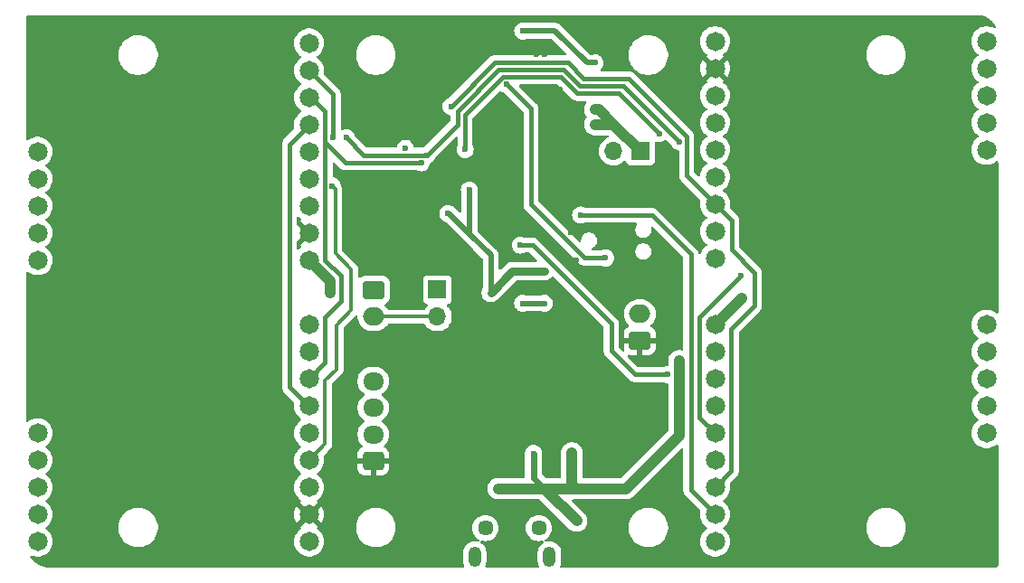
<source format=gbl>
G04 #@! TF.GenerationSoftware,KiCad,Pcbnew,8.0.2*
G04 #@! TF.CreationDate,2024-12-10T02:28:43-07:00*
G04 #@! TF.ProjectId,Telemetry_STM32_V3,54656c65-6d65-4747-9279-5f53544d3332,rev?*
G04 #@! TF.SameCoordinates,Original*
G04 #@! TF.FileFunction,Copper,L4,Bot*
G04 #@! TF.FilePolarity,Positive*
%FSLAX46Y46*%
G04 Gerber Fmt 4.6, Leading zero omitted, Abs format (unit mm)*
G04 Created by KiCad (PCBNEW 8.0.2) date 2024-12-10 02:28:43*
%MOMM*%
%LPD*%
G01*
G04 APERTURE LIST*
G04 Aperture macros list*
%AMRoundRect*
0 Rectangle with rounded corners*
0 $1 Rounding radius*
0 $2 $3 $4 $5 $6 $7 $8 $9 X,Y pos of 4 corners*
0 Add a 4 corners polygon primitive as box body*
4,1,4,$2,$3,$4,$5,$6,$7,$8,$9,$2,$3,0*
0 Add four circle primitives for the rounded corners*
1,1,$1+$1,$2,$3*
1,1,$1+$1,$4,$5*
1,1,$1+$1,$6,$7*
1,1,$1+$1,$8,$9*
0 Add four rect primitives between the rounded corners*
20,1,$1+$1,$2,$3,$4,$5,0*
20,1,$1+$1,$4,$5,$6,$7,0*
20,1,$1+$1,$6,$7,$8,$9,0*
20,1,$1+$1,$8,$9,$2,$3,0*%
G04 Aperture macros list end*
G04 #@! TA.AperFunction,ComponentPad*
%ADD10RoundRect,0.250000X0.750000X-0.600000X0.750000X0.600000X-0.750000X0.600000X-0.750000X-0.600000X0*%
G04 #@! TD*
G04 #@! TA.AperFunction,ComponentPad*
%ADD11O,2.000000X1.700000*%
G04 #@! TD*
G04 #@! TA.AperFunction,ComponentPad*
%ADD12C,1.810000*%
G04 #@! TD*
G04 #@! TA.AperFunction,ComponentPad*
%ADD13R,1.700000X1.700000*%
G04 #@! TD*
G04 #@! TA.AperFunction,ComponentPad*
%ADD14O,1.700000X1.700000*%
G04 #@! TD*
G04 #@! TA.AperFunction,ComponentPad*
%ADD15O,1.200000X1.900000*%
G04 #@! TD*
G04 #@! TA.AperFunction,ComponentPad*
%ADD16C,1.450000*%
G04 #@! TD*
G04 #@! TA.AperFunction,ComponentPad*
%ADD17RoundRect,0.250000X-0.750000X0.600000X-0.750000X-0.600000X0.750000X-0.600000X0.750000X0.600000X0*%
G04 #@! TD*
G04 #@! TA.AperFunction,ComponentPad*
%ADD18RoundRect,0.250000X0.725000X-0.600000X0.725000X0.600000X-0.725000X0.600000X-0.725000X-0.600000X0*%
G04 #@! TD*
G04 #@! TA.AperFunction,ComponentPad*
%ADD19O,1.950000X1.700000*%
G04 #@! TD*
G04 #@! TA.AperFunction,ViaPad*
%ADD20C,0.700000*%
G04 #@! TD*
G04 #@! TA.AperFunction,ViaPad*
%ADD21C,0.600000*%
G04 #@! TD*
G04 #@! TA.AperFunction,Conductor*
%ADD22C,1.000000*%
G04 #@! TD*
G04 #@! TA.AperFunction,Conductor*
%ADD23C,0.600000*%
G04 #@! TD*
G04 #@! TA.AperFunction,Conductor*
%ADD24C,0.500000*%
G04 #@! TD*
G04 #@! TA.AperFunction,Conductor*
%ADD25C,0.750000*%
G04 #@! TD*
G04 #@! TA.AperFunction,Conductor*
%ADD26C,0.400000*%
G04 #@! TD*
G04 #@! TA.AperFunction,Conductor*
%ADD27C,0.300000*%
G04 #@! TD*
G04 APERTURE END LIST*
D10*
X161950000Y-116500000D03*
D11*
X161950000Y-114000000D03*
D12*
X131000000Y-108960000D03*
X131000000Y-106420000D03*
X131000000Y-103880000D03*
X131000000Y-101340000D03*
X131000000Y-98800000D03*
X131000000Y-96260000D03*
X131000000Y-93720000D03*
X131000000Y-91180000D03*
X131000000Y-88640000D03*
X105600000Y-108960000D03*
X105600000Y-106420000D03*
X105600000Y-103880000D03*
X105600000Y-101340000D03*
X105600000Y-98800000D03*
D13*
X143000000Y-111725000D03*
D14*
X143000000Y-114265000D03*
D12*
X169000000Y-115000000D03*
X169000000Y-117540000D03*
X169000000Y-120080000D03*
X169000000Y-122620000D03*
X169000000Y-125160000D03*
X169000000Y-127700000D03*
X169000000Y-130240000D03*
X169000000Y-132780000D03*
X169000000Y-135320000D03*
X194400000Y-115000000D03*
X194400000Y-117540000D03*
X194400000Y-120080000D03*
X194400000Y-122620000D03*
X194400000Y-125160000D03*
X169000000Y-88460000D03*
X169000000Y-91000000D03*
X169000000Y-93540000D03*
X169000000Y-96080000D03*
X169000000Y-98620000D03*
X169000000Y-101160000D03*
X169000000Y-103700000D03*
X169000000Y-106240000D03*
X169000000Y-108780000D03*
X194400000Y-88460000D03*
X194400000Y-91000000D03*
X194400000Y-93540000D03*
X194400000Y-96080000D03*
X194400000Y-98620000D03*
D15*
X146500000Y-136750000D03*
D16*
X147500000Y-134050000D03*
X152500000Y-134050000D03*
D15*
X153500000Y-136750000D03*
D17*
X137050000Y-111750000D03*
D11*
X137050000Y-114250000D03*
D13*
X162025000Y-98750000D03*
D14*
X159485000Y-98750000D03*
D18*
X137000000Y-127787500D03*
D19*
X137000000Y-125287500D03*
X137000000Y-122787500D03*
X137000000Y-120287500D03*
D12*
X131000000Y-135320000D03*
X131000000Y-132780000D03*
X131000000Y-130240000D03*
X131000000Y-127700000D03*
X131000000Y-125160000D03*
X131000000Y-122620000D03*
X131000000Y-120080000D03*
X131000000Y-117540000D03*
X131000000Y-115000000D03*
X105600000Y-135320000D03*
X105600000Y-132780000D03*
X105600000Y-130240000D03*
X105600000Y-127700000D03*
X105600000Y-125160000D03*
D20*
X157500000Y-133400000D03*
D21*
X148250000Y-100000000D03*
D20*
X160768170Y-123400000D03*
D21*
X158500000Y-89250000D03*
X139000000Y-106750000D03*
X138750000Y-102750000D03*
X143500000Y-134750000D03*
X142500000Y-118750000D03*
X149000000Y-97250000D03*
X158500000Y-87750000D03*
X157750000Y-89250000D03*
X161000000Y-108800000D03*
X149000000Y-102500000D03*
D20*
X160768170Y-122200000D03*
D21*
X149500000Y-113750000D03*
D20*
X157668170Y-127400000D03*
D21*
X145250000Y-125500000D03*
X148250000Y-88750000D03*
X149000000Y-100000000D03*
X142250000Y-89750000D03*
X142250000Y-89000000D03*
X165250000Y-129000000D03*
X154500000Y-93000000D03*
X165250000Y-130500000D03*
X164500000Y-129000000D03*
X147500000Y-97250000D03*
X141750000Y-118750000D03*
X139750000Y-106000000D03*
X139750000Y-106750000D03*
X149500000Y-113000000D03*
X146000000Y-126250000D03*
X143250000Y-118750000D03*
X165250000Y-129750000D03*
X157750000Y-87750000D03*
X147500000Y-100000000D03*
X146750000Y-125500000D03*
D20*
X158400000Y-133400000D03*
D21*
X154400000Y-97250000D03*
D20*
X158768170Y-127400000D03*
X162668170Y-123800000D03*
D21*
X148250000Y-97250000D03*
X156000000Y-109000000D03*
X143000000Y-89750000D03*
X146750000Y-126250000D03*
X145250000Y-126250000D03*
X157750000Y-88500000D03*
D20*
X163500000Y-123800000D03*
D21*
X162750000Y-102200000D03*
X148250000Y-89500000D03*
X146000000Y-125500000D03*
X152250000Y-89700000D03*
X154500000Y-93750000D03*
X143000000Y-88250000D03*
X142750000Y-134000000D03*
D20*
X159568170Y-121100000D03*
D21*
X158500000Y-88500000D03*
X143500000Y-134000000D03*
X153000000Y-89700000D03*
X143000000Y-89000000D03*
X144250000Y-134000000D03*
X138250000Y-106000000D03*
X164500000Y-129750000D03*
X144250000Y-134750000D03*
X155475000Y-106350000D03*
X139000000Y-106000000D03*
X148250000Y-102500000D03*
D20*
X156768170Y-121100000D03*
D21*
X149500000Y-114500000D03*
X142750000Y-134750000D03*
X162750000Y-101400000D03*
X147500000Y-102500000D03*
X138250000Y-106750000D03*
X142250000Y-88250000D03*
X152000000Y-127062500D03*
X148700000Y-130362500D03*
X133000000Y-112000000D03*
X165625000Y-118375000D03*
X156050000Y-133400000D03*
X171500000Y-112500000D03*
X155600000Y-127000000D03*
X148000000Y-112000000D03*
X140000000Y-98480000D03*
X151000000Y-87500000D03*
X157750000Y-96250000D03*
X157750000Y-94850000D03*
X143980000Y-104600000D03*
X153000000Y-110000000D03*
X146000000Y-102400000D03*
X157750000Y-90475000D03*
X156412500Y-104737500D03*
X151000000Y-113000000D03*
X153000000Y-113000000D03*
X134500000Y-97500000D03*
X165637500Y-97862500D03*
X142003753Y-99130000D03*
X145600000Y-98600000D03*
X171425000Y-110400000D03*
X163779239Y-97110000D03*
X133250000Y-97500000D03*
X144275000Y-94550000D03*
X141500000Y-99847283D03*
X164525000Y-119675000D03*
X150775000Y-107550000D03*
X133150000Y-102000000D03*
X149500000Y-92500000D03*
X158750000Y-108750000D03*
D22*
X133000000Y-112000000D02*
X133000000Y-110960000D01*
X137175430Y-125287500D02*
X137000000Y-125287500D01*
X165625000Y-118375000D02*
X165625000Y-125375000D01*
X155600000Y-129962500D02*
X156000000Y-130362500D01*
D23*
X152000000Y-129350000D02*
X153012500Y-130362500D01*
D22*
X148700000Y-130362500D02*
X153012500Y-130362500D01*
X131000000Y-108960000D02*
X131000000Y-108780000D01*
X165625000Y-125375000D02*
X160637500Y-130362500D01*
X133000000Y-110960000D02*
X131000000Y-108960000D01*
X160637500Y-130362500D02*
X156000000Y-130362500D01*
X156050000Y-133400000D02*
X153012500Y-130362500D01*
X155600000Y-127000000D02*
X155600000Y-129962500D01*
X156000000Y-130362500D02*
X153047425Y-130362500D01*
D23*
X152000000Y-127062500D02*
X152000000Y-129350000D01*
D22*
X171500000Y-112500000D02*
X169000000Y-115000000D01*
X159500000Y-96250000D02*
X157750000Y-96250000D01*
X162000000Y-98750000D02*
X159500000Y-96250000D01*
D24*
X157750000Y-90475000D02*
X156975000Y-90475000D01*
D25*
X150000000Y-110000000D02*
X148000000Y-112000000D01*
D22*
X162025000Y-98750000D02*
X162000000Y-98750000D01*
D24*
X143980000Y-104600000D02*
X144100000Y-104600000D01*
X146050000Y-106550000D02*
X148000000Y-108500000D01*
X146000000Y-102400000D02*
X146000000Y-106500000D01*
D22*
X158100000Y-94850000D02*
X157750000Y-94850000D01*
D24*
X146000000Y-106500000D02*
X146050000Y-106550000D01*
X148000000Y-108500000D02*
X148000000Y-112000000D01*
D22*
X159500000Y-96250000D02*
X158100000Y-94850000D01*
D24*
X154000000Y-87500000D02*
X151000000Y-87500000D01*
X144100000Y-104600000D02*
X146050000Y-106550000D01*
D25*
X153000000Y-110000000D02*
X150000000Y-110000000D01*
D24*
X156975000Y-90475000D02*
X154000000Y-87500000D01*
D26*
X163075000Y-104750000D02*
X166725000Y-108400000D01*
X156412500Y-104737500D02*
X156425000Y-104750000D01*
X166725000Y-108400000D02*
X166725000Y-130505000D01*
X156425000Y-104750000D02*
X163075000Y-104750000D01*
X166725000Y-130505000D02*
X169000000Y-132780000D01*
D24*
X153000000Y-113000000D02*
X151000000Y-113000000D01*
D26*
X144900000Y-94963236D02*
X144900000Y-96233753D01*
X131000000Y-122620000D02*
X130970000Y-122620000D01*
X142003753Y-99130000D02*
X136130000Y-99130000D01*
X129150000Y-98110000D02*
X131000000Y-96260000D01*
X148738236Y-91125000D02*
X144900000Y-94963236D01*
X154850000Y-91125000D02*
X148738236Y-91125000D01*
X129150000Y-120800000D02*
X129150000Y-98110000D01*
X165637500Y-97862500D02*
X160425000Y-92650000D01*
X130970000Y-122620000D02*
X129150000Y-120800000D01*
X160425000Y-92650000D02*
X156375000Y-92650000D01*
X136130000Y-99130000D02*
X134500000Y-97500000D01*
X144900000Y-96233753D02*
X142003753Y-99130000D01*
X156375000Y-92650000D02*
X154850000Y-91125000D01*
X131000000Y-96260000D02*
X131000000Y-96080000D01*
X163779238Y-97110000D02*
X160019238Y-93350000D01*
X156125000Y-93350000D02*
X154575000Y-91800000D01*
X145600000Y-95375000D02*
X145600000Y-98600000D01*
X163779239Y-97110000D02*
X163779238Y-97110000D01*
X149175000Y-91800000D02*
X145600000Y-95375000D01*
X167550000Y-114325000D02*
X167550000Y-123710000D01*
X160019238Y-93350000D02*
X156125000Y-93350000D01*
X171425000Y-110400000D02*
X171425000Y-110450000D01*
X171425000Y-110450000D02*
X167550000Y-114325000D01*
X154575000Y-91800000D02*
X149175000Y-91800000D01*
X167550000Y-123710000D02*
X169000000Y-125160000D01*
X133250000Y-97500000D02*
X133250000Y-93430000D01*
X133250000Y-93430000D02*
X131000000Y-91180000D01*
X133975000Y-112800000D02*
X132500000Y-114275000D01*
X166337500Y-97362500D02*
X166337500Y-101037500D01*
X172650000Y-113250000D02*
X170500000Y-115400000D01*
X134447283Y-99847283D02*
X132500000Y-97900000D01*
X160950000Y-91975000D02*
X166337500Y-97362500D01*
X132500000Y-95040000D02*
X132500000Y-97900000D01*
X131000000Y-93540000D02*
X132500000Y-95040000D01*
X166337500Y-101037500D02*
X169000000Y-103700000D01*
X170500000Y-115400000D02*
X170500000Y-128740000D01*
X156700000Y-91975000D02*
X160950000Y-91975000D01*
X132500000Y-97900000D02*
X132500000Y-108975000D01*
X169000000Y-103700000D02*
X170525000Y-105225000D01*
X132500000Y-114275000D02*
X132500000Y-118580000D01*
X148350000Y-90475000D02*
X155200000Y-90475000D01*
X133975000Y-110450000D02*
X133975000Y-112800000D01*
X141500000Y-99847283D02*
X134447283Y-99847283D01*
X170500000Y-128740000D02*
X169000000Y-130240000D01*
X132500000Y-118580000D02*
X131000000Y-120080000D01*
X172650000Y-110125000D02*
X172650000Y-113250000D01*
X155200000Y-90475000D02*
X156700000Y-91975000D01*
X170525000Y-105225000D02*
X170525000Y-108000000D01*
X132500000Y-108975000D02*
X133975000Y-110450000D01*
X170525000Y-108000000D02*
X172650000Y-110125000D01*
X144275000Y-94550000D02*
X148350000Y-90475000D01*
X159275000Y-114900000D02*
X159275000Y-117450000D01*
X161500000Y-119675000D02*
X164525000Y-119675000D01*
X151925000Y-107550000D02*
X159275000Y-114900000D01*
X150775000Y-107550000D02*
X151925000Y-107550000D01*
X159275000Y-117450000D02*
X161500000Y-119675000D01*
D27*
X133550000Y-119200000D02*
X132500000Y-120250000D01*
X132500000Y-120250000D02*
X132500000Y-126200000D01*
X133450000Y-108325000D02*
X134950000Y-109825000D01*
X134950000Y-113650000D02*
X133550000Y-115050000D01*
X133150000Y-102000000D02*
X133450000Y-102300000D01*
X133450000Y-102300000D02*
X133450000Y-108325000D01*
X132500000Y-126200000D02*
X131000000Y-127700000D01*
X133550000Y-115050000D02*
X133550000Y-119200000D01*
X134950000Y-109825000D02*
X134950000Y-113650000D01*
D26*
X149500000Y-92500000D02*
X151750000Y-94750000D01*
X156760050Y-108750000D02*
X158750000Y-108750000D01*
X151750000Y-94750000D02*
X151750000Y-103739950D01*
X151750000Y-103739950D02*
X156760050Y-108750000D01*
D27*
X143000000Y-114265000D02*
X137065000Y-114265000D01*
X137065000Y-114265000D02*
X137050000Y-114250000D01*
G04 #@! TA.AperFunction,Conductor*
G36*
X130557370Y-106603343D02*
G01*
X130619905Y-106711657D01*
X130708343Y-106800095D01*
X130816657Y-106862630D01*
X130891000Y-106882550D01*
X130197637Y-107575913D01*
X130197638Y-107575914D01*
X130218087Y-107591831D01*
X130258899Y-107648542D01*
X130262572Y-107718315D01*
X130227940Y-107778998D01*
X130218086Y-107787536D01*
X130145160Y-107844297D01*
X130055908Y-107913765D01*
X130050663Y-107917847D01*
X129985669Y-107943490D01*
X129917129Y-107929924D01*
X129866804Y-107881455D01*
X129850500Y-107819994D01*
X129850500Y-107267309D01*
X129870185Y-107200270D01*
X129886819Y-107179628D01*
X130537449Y-106528997D01*
X130557370Y-106603343D01*
G37*
G04 #@! TD.AperFunction*
G04 #@! TA.AperFunction,Conductor*
G36*
X130050659Y-104922150D02*
G01*
X130217680Y-105052147D01*
X130218086Y-105052463D01*
X130258898Y-105109173D01*
X130262573Y-105178946D01*
X130227941Y-105239629D01*
X130218086Y-105248169D01*
X130197638Y-105264084D01*
X130197638Y-105264085D01*
X130891002Y-105957449D01*
X130816657Y-105977370D01*
X130708343Y-106039905D01*
X130619905Y-106128343D01*
X130557370Y-106236657D01*
X130537449Y-106311002D01*
X129886819Y-105660372D01*
X129853334Y-105599049D01*
X129850500Y-105572691D01*
X129850500Y-105020005D01*
X129870185Y-104952966D01*
X129922989Y-104907211D01*
X129992147Y-104897267D01*
X130050659Y-104922150D01*
G37*
G04 #@! TD.AperFunction*
G04 #@! TA.AperFunction,Conductor*
G36*
X193504043Y-86000765D02*
G01*
X193752895Y-86017075D01*
X193768953Y-86019190D01*
X193976105Y-86060395D01*
X194009535Y-86067045D01*
X194025202Y-86071243D01*
X194194947Y-86128863D01*
X194257481Y-86150091D01*
X194272458Y-86156294D01*
X194442927Y-86240360D01*
X194492460Y-86264787D01*
X194506508Y-86272897D01*
X194710464Y-86409177D01*
X194723328Y-86419048D01*
X194907749Y-86580781D01*
X194919218Y-86592250D01*
X195078793Y-86774211D01*
X195080951Y-86776671D01*
X195090825Y-86789539D01*
X195227102Y-86993492D01*
X195235212Y-87007539D01*
X195269059Y-87076174D01*
X195281055Y-87145006D01*
X195253934Y-87209397D01*
X195196305Y-87248903D01*
X195126467Y-87250982D01*
X195098832Y-87240074D01*
X194966518Y-87168469D01*
X194966510Y-87168466D01*
X194746214Y-87092838D01*
X194516463Y-87054500D01*
X194283537Y-87054500D01*
X194053785Y-87092838D01*
X193833489Y-87168466D01*
X193833481Y-87168469D01*
X193628627Y-87279331D01*
X193498909Y-87380295D01*
X193444818Y-87422396D01*
X193444815Y-87422398D01*
X193444815Y-87422399D01*
X193287063Y-87593763D01*
X193287060Y-87593767D01*
X193159663Y-87788761D01*
X193066097Y-88002072D01*
X193008918Y-88227865D01*
X193008916Y-88227877D01*
X192989683Y-88459994D01*
X192989683Y-88460005D01*
X193008916Y-88692122D01*
X193008918Y-88692134D01*
X193066097Y-88917927D01*
X193159663Y-89131238D01*
X193277263Y-89311237D01*
X193287062Y-89326235D01*
X193444818Y-89497604D01*
X193528607Y-89562819D01*
X193617679Y-89632147D01*
X193658492Y-89688857D01*
X193662166Y-89758630D01*
X193627534Y-89819313D01*
X193617679Y-89827853D01*
X193444820Y-89962394D01*
X193444815Y-89962399D01*
X193287063Y-90133763D01*
X193287060Y-90133767D01*
X193159663Y-90328761D01*
X193066097Y-90542072D01*
X193008918Y-90767865D01*
X193008916Y-90767877D01*
X192989683Y-90999994D01*
X192989683Y-91000005D01*
X193008916Y-91232122D01*
X193008918Y-91232134D01*
X193066097Y-91457927D01*
X193159663Y-91671238D01*
X193244602Y-91801245D01*
X193287062Y-91866235D01*
X193444818Y-92037604D01*
X193538694Y-92110670D01*
X193617679Y-92172147D01*
X193658492Y-92228857D01*
X193662166Y-92298630D01*
X193627534Y-92359313D01*
X193617679Y-92367853D01*
X193444820Y-92502394D01*
X193444815Y-92502399D01*
X193287063Y-92673763D01*
X193287060Y-92673767D01*
X193159663Y-92868761D01*
X193066097Y-93082072D01*
X193008918Y-93307865D01*
X193008916Y-93307877D01*
X192989683Y-93539994D01*
X192989683Y-93540005D01*
X193008916Y-93772122D01*
X193008918Y-93772134D01*
X193066097Y-93997927D01*
X193159663Y-94211238D01*
X193277263Y-94391237D01*
X193287062Y-94406235D01*
X193444818Y-94577604D01*
X193538694Y-94650670D01*
X193617679Y-94712147D01*
X193658492Y-94768857D01*
X193662166Y-94838630D01*
X193627534Y-94899313D01*
X193617679Y-94907853D01*
X193444820Y-95042394D01*
X193444815Y-95042399D01*
X193287063Y-95213763D01*
X193287060Y-95213767D01*
X193159663Y-95408761D01*
X193066097Y-95622072D01*
X193008918Y-95847865D01*
X193008916Y-95847877D01*
X192989683Y-96079994D01*
X192989683Y-96080005D01*
X193008916Y-96312122D01*
X193008918Y-96312134D01*
X193066097Y-96537927D01*
X193159663Y-96751238D01*
X193267278Y-96915954D01*
X193287062Y-96946235D01*
X193444818Y-97117604D01*
X193487055Y-97150478D01*
X193617679Y-97252147D01*
X193658492Y-97308857D01*
X193662166Y-97378630D01*
X193627534Y-97439313D01*
X193617679Y-97447853D01*
X193444820Y-97582394D01*
X193444815Y-97582399D01*
X193287063Y-97753763D01*
X193287060Y-97753767D01*
X193159663Y-97948761D01*
X193066097Y-98162072D01*
X193008918Y-98387865D01*
X193008916Y-98387877D01*
X192989683Y-98619994D01*
X192989683Y-98620005D01*
X193008916Y-98852122D01*
X193008918Y-98852134D01*
X193066097Y-99077927D01*
X193159663Y-99291238D01*
X193282676Y-99479522D01*
X193287062Y-99486235D01*
X193444818Y-99657604D01*
X193547419Y-99737461D01*
X193623665Y-99796806D01*
X193628630Y-99800670D01*
X193833482Y-99911531D01*
X194053788Y-99987162D01*
X194283537Y-100025500D01*
X194516463Y-100025500D01*
X194746212Y-99987162D01*
X194966518Y-99911531D01*
X195171370Y-99800670D01*
X195299338Y-99701068D01*
X195364331Y-99675426D01*
X195432871Y-99688992D01*
X195483196Y-99737461D01*
X195499500Y-99798922D01*
X195499500Y-113821077D01*
X195479815Y-113888116D01*
X195427011Y-113933871D01*
X195357853Y-113943815D01*
X195299338Y-113918931D01*
X195180776Y-113826651D01*
X195171370Y-113819330D01*
X194966518Y-113708469D01*
X194966510Y-113708466D01*
X194746214Y-113632838D01*
X194516463Y-113594500D01*
X194283537Y-113594500D01*
X194053785Y-113632838D01*
X193833489Y-113708466D01*
X193833481Y-113708469D01*
X193628627Y-113819331D01*
X193540253Y-113888116D01*
X193444818Y-113962396D01*
X193444815Y-113962398D01*
X193444815Y-113962399D01*
X193287063Y-114133763D01*
X193287060Y-114133767D01*
X193159663Y-114328761D01*
X193066097Y-114542072D01*
X193008918Y-114767865D01*
X193008916Y-114767877D01*
X192989683Y-114999994D01*
X192989683Y-115000005D01*
X193008916Y-115232122D01*
X193008918Y-115232134D01*
X193066097Y-115457927D01*
X193159663Y-115671238D01*
X193209359Y-115747302D01*
X193287062Y-115866235D01*
X193444818Y-116037604D01*
X193524858Y-116099901D01*
X193617679Y-116172147D01*
X193658492Y-116228857D01*
X193662166Y-116298630D01*
X193627534Y-116359313D01*
X193617679Y-116367853D01*
X193444820Y-116502394D01*
X193444815Y-116502399D01*
X193287063Y-116673763D01*
X193287060Y-116673767D01*
X193159663Y-116868761D01*
X193066097Y-117082072D01*
X193008918Y-117307865D01*
X193008916Y-117307877D01*
X192989683Y-117539994D01*
X192989683Y-117540005D01*
X193008916Y-117772122D01*
X193008918Y-117772134D01*
X193066097Y-117997927D01*
X193159663Y-118211238D01*
X193250499Y-118350272D01*
X193287062Y-118406235D01*
X193444818Y-118577604D01*
X193538694Y-118650670D01*
X193617679Y-118712147D01*
X193658492Y-118768857D01*
X193662166Y-118838630D01*
X193627534Y-118899313D01*
X193617679Y-118907853D01*
X193444820Y-119042394D01*
X193444815Y-119042399D01*
X193287063Y-119213763D01*
X193287060Y-119213767D01*
X193159663Y-119408761D01*
X193066097Y-119622072D01*
X193008918Y-119847865D01*
X193008916Y-119847877D01*
X192989683Y-120079994D01*
X192989683Y-120080005D01*
X193008916Y-120312122D01*
X193008918Y-120312134D01*
X193066097Y-120537927D01*
X193159663Y-120751238D01*
X193236599Y-120868996D01*
X193287062Y-120946235D01*
X193444818Y-121117604D01*
X193538694Y-121190670D01*
X193617679Y-121252147D01*
X193658492Y-121308857D01*
X193662166Y-121378630D01*
X193627534Y-121439313D01*
X193617679Y-121447853D01*
X193444820Y-121582394D01*
X193444815Y-121582399D01*
X193287063Y-121753763D01*
X193287060Y-121753767D01*
X193159663Y-121948761D01*
X193066097Y-122162072D01*
X193008918Y-122387865D01*
X193008916Y-122387877D01*
X192989683Y-122619994D01*
X192989683Y-122620005D01*
X193008916Y-122852122D01*
X193008918Y-122852134D01*
X193066097Y-123077927D01*
X193159663Y-123291238D01*
X193287060Y-123486232D01*
X193287062Y-123486235D01*
X193444818Y-123657604D01*
X193538694Y-123730670D01*
X193617679Y-123792147D01*
X193658492Y-123848857D01*
X193662166Y-123918630D01*
X193627534Y-123979313D01*
X193617679Y-123987853D01*
X193444820Y-124122394D01*
X193444815Y-124122399D01*
X193287063Y-124293763D01*
X193287060Y-124293767D01*
X193159663Y-124488761D01*
X193066097Y-124702072D01*
X193008918Y-124927865D01*
X193008916Y-124927877D01*
X192989683Y-125159994D01*
X192989683Y-125160005D01*
X193008916Y-125392122D01*
X193008918Y-125392134D01*
X193066097Y-125617927D01*
X193159663Y-125831238D01*
X193266864Y-125995320D01*
X193287062Y-126026235D01*
X193444818Y-126197604D01*
X193595252Y-126314691D01*
X193623544Y-126336712D01*
X193628630Y-126340670D01*
X193833482Y-126451531D01*
X194053788Y-126527162D01*
X194283537Y-126565500D01*
X194516463Y-126565500D01*
X194746212Y-126527162D01*
X194966518Y-126451531D01*
X195171370Y-126340670D01*
X195299338Y-126241068D01*
X195364331Y-126215426D01*
X195432871Y-126228992D01*
X195483196Y-126277461D01*
X195499500Y-126338922D01*
X195499500Y-137490243D01*
X195497973Y-137509641D01*
X195490361Y-137557702D01*
X195478372Y-137594600D01*
X195460766Y-137629153D01*
X195437963Y-137660538D01*
X195410538Y-137687963D01*
X195379153Y-137710766D01*
X195344600Y-137728372D01*
X195307702Y-137740361D01*
X195272884Y-137745875D01*
X195259640Y-137747973D01*
X195240244Y-137749500D01*
X154606533Y-137749500D01*
X154539494Y-137729815D01*
X154493739Y-137677011D01*
X154483795Y-137607853D01*
X154496048Y-137569206D01*
X154519870Y-137522450D01*
X154519873Y-137522445D01*
X154573402Y-137357701D01*
X154600500Y-137186611D01*
X154600500Y-136313389D01*
X154573402Y-136142299D01*
X154519873Y-135977555D01*
X154441232Y-135823212D01*
X154339414Y-135683072D01*
X154216928Y-135560586D01*
X154076788Y-135458768D01*
X153922445Y-135380127D01*
X153757701Y-135326598D01*
X153757699Y-135326597D01*
X153757698Y-135326597D01*
X153626271Y-135305781D01*
X153586611Y-135299500D01*
X153413389Y-135299500D01*
X153361760Y-135307677D01*
X153242303Y-135326597D01*
X153242300Y-135326597D01*
X153242299Y-135326598D01*
X153231197Y-135330205D01*
X153161358Y-135332199D01*
X153101526Y-135296117D01*
X153070699Y-135233416D01*
X153078665Y-135164001D01*
X153121757Y-135110700D01*
X153290745Y-134992373D01*
X153442373Y-134840745D01*
X153565368Y-134665091D01*
X153655992Y-134470747D01*
X153711492Y-134263619D01*
X153730181Y-134050000D01*
X153727648Y-134021052D01*
X153722339Y-133960368D01*
X153711492Y-133836381D01*
X153655992Y-133629253D01*
X153565368Y-133434910D01*
X153471925Y-133301460D01*
X153442376Y-133259259D01*
X153442371Y-133259253D01*
X153290745Y-133107627D01*
X153115090Y-132984631D01*
X152989543Y-132926088D01*
X152920747Y-132894008D01*
X152920743Y-132894007D01*
X152920739Y-132894005D01*
X152713624Y-132838509D01*
X152713620Y-132838508D01*
X152713619Y-132838508D01*
X152713618Y-132838507D01*
X152713613Y-132838507D01*
X152500002Y-132819819D01*
X152499998Y-132819819D01*
X152286386Y-132838507D01*
X152286375Y-132838509D01*
X152079260Y-132894005D01*
X152079251Y-132894009D01*
X151884910Y-132984631D01*
X151884908Y-132984632D01*
X151709259Y-133107623D01*
X151709253Y-133107628D01*
X151557628Y-133259253D01*
X151557623Y-133259259D01*
X151434632Y-133434908D01*
X151434631Y-133434910D01*
X151344009Y-133629251D01*
X151344005Y-133629260D01*
X151288509Y-133836375D01*
X151288507Y-133836386D01*
X151269819Y-134049998D01*
X151269819Y-134050001D01*
X151288507Y-134263613D01*
X151288509Y-134263624D01*
X151344005Y-134470739D01*
X151344007Y-134470743D01*
X151344008Y-134470747D01*
X151389320Y-134567919D01*
X151434631Y-134665090D01*
X151434632Y-134665091D01*
X151557627Y-134840745D01*
X151709255Y-134992373D01*
X151884909Y-135115368D01*
X152079253Y-135205992D01*
X152286381Y-135261492D01*
X152438966Y-135274841D01*
X152499998Y-135280181D01*
X152500000Y-135280181D01*
X152500002Y-135280181D01*
X152553404Y-135275508D01*
X152713619Y-135261492D01*
X152832726Y-135229577D01*
X152902573Y-135231240D01*
X152960435Y-135270402D01*
X152987940Y-135334630D01*
X152976354Y-135403532D01*
X152929356Y-135455233D01*
X152925088Y-135457617D01*
X152923218Y-135458763D01*
X152866461Y-135500000D01*
X152783072Y-135560586D01*
X152783070Y-135560588D01*
X152783069Y-135560588D01*
X152660588Y-135683069D01*
X152660588Y-135683070D01*
X152660586Y-135683072D01*
X152616859Y-135743256D01*
X152558768Y-135823211D01*
X152480128Y-135977552D01*
X152426597Y-136142302D01*
X152399500Y-136313389D01*
X152399500Y-137186610D01*
X152424851Y-137346676D01*
X152426598Y-137357701D01*
X152470180Y-137491833D01*
X152480129Y-137522450D01*
X152503952Y-137569206D01*
X152516848Y-137637875D01*
X152490571Y-137702615D01*
X152433465Y-137742872D01*
X152393467Y-137749500D01*
X147606533Y-137749500D01*
X147539494Y-137729815D01*
X147493739Y-137677011D01*
X147483795Y-137607853D01*
X147496048Y-137569206D01*
X147519870Y-137522450D01*
X147519873Y-137522445D01*
X147573402Y-137357701D01*
X147600500Y-137186611D01*
X147600500Y-136313389D01*
X147573402Y-136142299D01*
X147519873Y-135977555D01*
X147441232Y-135823212D01*
X147339414Y-135683072D01*
X147216928Y-135560586D01*
X147076788Y-135458768D01*
X147076787Y-135458767D01*
X147076781Y-135458763D01*
X147072636Y-135456223D01*
X147073521Y-135454777D01*
X147028077Y-135411838D01*
X147011297Y-135344013D01*
X147033850Y-135277883D01*
X147088575Y-135234444D01*
X147158097Y-135227488D01*
X147167256Y-135229572D01*
X147286381Y-135261492D01*
X147438966Y-135274841D01*
X147499998Y-135280181D01*
X147500000Y-135280181D01*
X147500002Y-135280181D01*
X147553404Y-135275508D01*
X147713619Y-135261492D01*
X147920747Y-135205992D01*
X148115091Y-135115368D01*
X148290745Y-134992373D01*
X148442373Y-134840745D01*
X148565368Y-134665091D01*
X148655992Y-134470747D01*
X148711492Y-134263619D01*
X148730181Y-134050000D01*
X148727648Y-134021052D01*
X148722339Y-133960368D01*
X148711492Y-133836381D01*
X148655992Y-133629253D01*
X148565368Y-133434910D01*
X148471925Y-133301460D01*
X148442376Y-133259259D01*
X148442371Y-133259253D01*
X148290745Y-133107627D01*
X148115090Y-132984631D01*
X147989543Y-132926088D01*
X147920747Y-132894008D01*
X147920743Y-132894007D01*
X147920739Y-132894005D01*
X147713624Y-132838509D01*
X147713620Y-132838508D01*
X147713619Y-132838508D01*
X147713618Y-132838507D01*
X147713613Y-132838507D01*
X147500002Y-132819819D01*
X147499998Y-132819819D01*
X147286386Y-132838507D01*
X147286375Y-132838509D01*
X147079260Y-132894005D01*
X147079251Y-132894009D01*
X146884910Y-132984631D01*
X146884908Y-132984632D01*
X146709259Y-133107623D01*
X146709253Y-133107628D01*
X146557628Y-133259253D01*
X146557623Y-133259259D01*
X146434632Y-133434908D01*
X146434631Y-133434910D01*
X146344009Y-133629251D01*
X146344005Y-133629260D01*
X146288509Y-133836375D01*
X146288507Y-133836386D01*
X146269819Y-134049998D01*
X146269819Y-134050001D01*
X146288507Y-134263613D01*
X146288509Y-134263624D01*
X146344005Y-134470739D01*
X146344007Y-134470743D01*
X146344008Y-134470747D01*
X146389320Y-134567919D01*
X146434631Y-134665090D01*
X146434632Y-134665091D01*
X146557627Y-134840745D01*
X146709255Y-134992373D01*
X146763410Y-135030293D01*
X146878240Y-135110698D01*
X146921865Y-135165275D01*
X146929057Y-135234774D01*
X146897535Y-135297129D01*
X146837305Y-135332542D01*
X146768799Y-135330204D01*
X146757701Y-135326598D01*
X146757699Y-135326597D01*
X146757698Y-135326597D01*
X146626271Y-135305781D01*
X146586611Y-135299500D01*
X146413389Y-135299500D01*
X146373728Y-135305781D01*
X146242302Y-135326597D01*
X146077552Y-135380128D01*
X145923211Y-135458768D01*
X145866461Y-135500000D01*
X145783072Y-135560586D01*
X145783070Y-135560588D01*
X145783069Y-135560588D01*
X145660588Y-135683069D01*
X145660588Y-135683070D01*
X145660586Y-135683072D01*
X145616859Y-135743256D01*
X145558768Y-135823211D01*
X145480128Y-135977552D01*
X145426597Y-136142302D01*
X145399500Y-136313389D01*
X145399500Y-137186610D01*
X145424851Y-137346676D01*
X145426598Y-137357701D01*
X145470180Y-137491833D01*
X145480129Y-137522450D01*
X145503952Y-137569206D01*
X145516848Y-137637875D01*
X145490571Y-137702615D01*
X145433465Y-137742872D01*
X145393467Y-137749500D01*
X106753751Y-137749500D01*
X106746264Y-137749274D01*
X106486339Y-137733551D01*
X106471475Y-137731746D01*
X106219034Y-137685485D01*
X106204494Y-137681901D01*
X105959480Y-137605551D01*
X105945480Y-137600242D01*
X105711444Y-137494911D01*
X105698185Y-137487952D01*
X105482723Y-137357701D01*
X105478553Y-137355180D01*
X105466233Y-137346676D01*
X105264207Y-137188398D01*
X105252999Y-137178468D01*
X105071531Y-136997000D01*
X105061601Y-136985792D01*
X104929224Y-136816825D01*
X104903375Y-136751913D01*
X104916724Y-136683330D01*
X104965032Y-136632851D01*
X105032962Y-136616503D01*
X105067095Y-136623070D01*
X105253788Y-136687162D01*
X105483537Y-136725500D01*
X105716463Y-136725500D01*
X105946212Y-136687162D01*
X106166518Y-136611531D01*
X106371370Y-136500670D01*
X106555182Y-136357604D01*
X106712938Y-136186235D01*
X106840337Y-135991237D01*
X106933902Y-135777929D01*
X106991082Y-135552131D01*
X106995402Y-135500000D01*
X107010317Y-135320005D01*
X107010317Y-135319994D01*
X106991083Y-135087877D01*
X106991081Y-135087865D01*
X106933902Y-134862072D01*
X106924547Y-134840745D01*
X106840337Y-134648763D01*
X106805930Y-134596100D01*
X106776637Y-134551264D01*
X106712938Y-134453765D01*
X106555182Y-134282396D01*
X106419942Y-134177135D01*
X106382321Y-134147853D01*
X106341508Y-134091143D01*
X106337833Y-134021370D01*
X106372465Y-133960687D01*
X106382321Y-133952147D01*
X106476671Y-133878711D01*
X113149500Y-133878711D01*
X113149500Y-134121288D01*
X113171267Y-134286633D01*
X113181162Y-134361789D01*
X113181233Y-134362053D01*
X113243947Y-134596104D01*
X113336773Y-134820205D01*
X113336776Y-134820212D01*
X113458064Y-135030289D01*
X113458066Y-135030292D01*
X113458067Y-135030293D01*
X113605733Y-135222736D01*
X113605739Y-135222743D01*
X113777256Y-135394260D01*
X113777263Y-135394266D01*
X113856123Y-135454777D01*
X113969711Y-135541936D01*
X114179788Y-135663224D01*
X114403900Y-135756054D01*
X114638211Y-135818838D01*
X114818586Y-135842584D01*
X114878711Y-135850500D01*
X114878712Y-135850500D01*
X115121289Y-135850500D01*
X115169388Y-135844167D01*
X115361789Y-135818838D01*
X115596100Y-135756054D01*
X115820212Y-135663224D01*
X116030289Y-135541936D01*
X116222738Y-135394265D01*
X116394265Y-135222738D01*
X116541936Y-135030289D01*
X116663224Y-134820212D01*
X116756054Y-134596100D01*
X116818838Y-134361789D01*
X116850500Y-134121288D01*
X116850500Y-133878712D01*
X116849868Y-133873915D01*
X116842455Y-133817600D01*
X116818838Y-133638211D01*
X116756054Y-133403900D01*
X116663224Y-133179788D01*
X116541936Y-132969711D01*
X116396365Y-132779999D01*
X116394266Y-132777263D01*
X116394260Y-132777256D01*
X116222743Y-132605739D01*
X116222736Y-132605733D01*
X116030293Y-132458067D01*
X116030292Y-132458066D01*
X116030289Y-132458064D01*
X115820212Y-132336776D01*
X115785102Y-132322233D01*
X115596104Y-132243947D01*
X115361785Y-132181161D01*
X115121289Y-132149500D01*
X115121288Y-132149500D01*
X114878712Y-132149500D01*
X114878711Y-132149500D01*
X114638214Y-132181161D01*
X114403895Y-132243947D01*
X114179794Y-132336773D01*
X114179785Y-132336777D01*
X113969706Y-132458067D01*
X113777263Y-132605733D01*
X113777256Y-132605739D01*
X113605739Y-132777256D01*
X113605733Y-132777263D01*
X113458067Y-132969706D01*
X113336777Y-133179785D01*
X113336773Y-133179794D01*
X113243947Y-133403895D01*
X113181161Y-133638214D01*
X113149500Y-133878711D01*
X106476671Y-133878711D01*
X106482833Y-133873915D01*
X106555182Y-133817604D01*
X106712938Y-133646235D01*
X106840337Y-133451237D01*
X106933902Y-133237929D01*
X106991082Y-133012131D01*
X106994597Y-132969711D01*
X107010317Y-132780005D01*
X107010317Y-132779994D01*
X106991083Y-132547877D01*
X106991081Y-132547865D01*
X106959988Y-132425083D01*
X106933902Y-132322071D01*
X106840337Y-132108763D01*
X106712938Y-131913765D01*
X106555182Y-131742396D01*
X106498809Y-131698519D01*
X106382321Y-131607853D01*
X106341508Y-131551143D01*
X106337833Y-131481370D01*
X106372465Y-131420687D01*
X106382321Y-131412147D01*
X106470165Y-131343775D01*
X106555182Y-131277604D01*
X106712938Y-131106235D01*
X106840337Y-130911237D01*
X106933902Y-130697929D01*
X106991082Y-130472131D01*
X106992001Y-130461041D01*
X107010317Y-130240005D01*
X107010317Y-130239994D01*
X106991083Y-130007877D01*
X106991081Y-130007868D01*
X106933902Y-129782071D01*
X106840337Y-129568763D01*
X106712938Y-129373765D01*
X106555182Y-129202396D01*
X106444825Y-129116502D01*
X106382321Y-129067853D01*
X106341508Y-129011143D01*
X106337833Y-128941370D01*
X106372465Y-128880687D01*
X106382321Y-128872147D01*
X106463461Y-128808993D01*
X106555182Y-128737604D01*
X106712938Y-128566235D01*
X106840337Y-128371237D01*
X106933902Y-128157929D01*
X106991082Y-127932131D01*
X106997885Y-127850035D01*
X107010317Y-127700005D01*
X107010317Y-127699994D01*
X106991083Y-127467877D01*
X106991081Y-127467868D01*
X106933902Y-127242071D01*
X106840337Y-127028763D01*
X106810864Y-126983652D01*
X106735550Y-126868375D01*
X106712938Y-126833765D01*
X106555182Y-126662396D01*
X106498809Y-126618519D01*
X106382321Y-126527853D01*
X106341508Y-126471143D01*
X106337833Y-126401370D01*
X106372465Y-126340687D01*
X106382321Y-126332147D01*
X106438590Y-126288351D01*
X106555182Y-126197604D01*
X106712938Y-126026235D01*
X106840337Y-125831237D01*
X106933902Y-125617929D01*
X106991082Y-125392131D01*
X106991083Y-125392122D01*
X107010317Y-125160005D01*
X107010317Y-125159994D01*
X106991083Y-124927877D01*
X106991081Y-124927865D01*
X106986359Y-124909218D01*
X106933902Y-124702071D01*
X106840337Y-124488763D01*
X106712938Y-124293765D01*
X106555182Y-124122396D01*
X106399500Y-124001224D01*
X106371372Y-123979331D01*
X106166518Y-123868469D01*
X106166510Y-123868466D01*
X105946214Y-123792838D01*
X105716463Y-123754500D01*
X105483537Y-123754500D01*
X105253785Y-123792838D01*
X105033489Y-123868466D01*
X105033481Y-123868469D01*
X104828628Y-123979331D01*
X104700662Y-124078931D01*
X104635668Y-124104573D01*
X104567128Y-124091006D01*
X104516803Y-124042538D01*
X104500500Y-123981077D01*
X104500500Y-120868996D01*
X128449499Y-120868996D01*
X128476418Y-121004322D01*
X128476421Y-121004332D01*
X128529222Y-121131807D01*
X128605887Y-121246545D01*
X128605888Y-121246546D01*
X129587041Y-122227698D01*
X129620526Y-122289021D01*
X129619566Y-122345818D01*
X129608917Y-122387870D01*
X129589683Y-122619994D01*
X129589683Y-122620005D01*
X129608916Y-122852122D01*
X129608918Y-122852134D01*
X129666097Y-123077927D01*
X129759663Y-123291238D01*
X129887060Y-123486232D01*
X129887062Y-123486235D01*
X130044818Y-123657604D01*
X130138694Y-123730670D01*
X130217679Y-123792147D01*
X130258492Y-123848857D01*
X130262166Y-123918630D01*
X130227534Y-123979313D01*
X130217679Y-123987853D01*
X130044820Y-124122394D01*
X130044815Y-124122399D01*
X129887063Y-124293763D01*
X129887060Y-124293767D01*
X129759663Y-124488761D01*
X129666097Y-124702072D01*
X129608918Y-124927865D01*
X129608916Y-124927877D01*
X129589683Y-125159994D01*
X129589683Y-125160005D01*
X129608916Y-125392122D01*
X129608918Y-125392134D01*
X129666097Y-125617927D01*
X129759663Y-125831238D01*
X129866864Y-125995320D01*
X129887062Y-126026235D01*
X130044818Y-126197604D01*
X130100662Y-126241069D01*
X130217679Y-126332147D01*
X130258492Y-126388857D01*
X130262166Y-126458630D01*
X130227534Y-126519313D01*
X130217679Y-126527853D01*
X130044820Y-126662394D01*
X130044815Y-126662399D01*
X129887063Y-126833763D01*
X129887060Y-126833767D01*
X129759663Y-127028761D01*
X129666097Y-127242072D01*
X129608918Y-127467865D01*
X129608916Y-127467877D01*
X129589683Y-127699994D01*
X129589683Y-127700005D01*
X129608916Y-127932122D01*
X129608918Y-127932134D01*
X129666097Y-128157927D01*
X129759663Y-128371238D01*
X129870046Y-128540190D01*
X129887062Y-128566235D01*
X130044818Y-128737604D01*
X130136539Y-128808993D01*
X130217679Y-128872147D01*
X130258492Y-128928857D01*
X130262166Y-128998630D01*
X130227534Y-129059313D01*
X130217679Y-129067853D01*
X130044820Y-129202394D01*
X130044815Y-129202399D01*
X129887063Y-129373763D01*
X129887060Y-129373767D01*
X129759663Y-129568761D01*
X129666097Y-129782072D01*
X129608918Y-130007865D01*
X129608916Y-130007877D01*
X129589683Y-130239994D01*
X129589683Y-130240005D01*
X129608916Y-130472122D01*
X129608918Y-130472134D01*
X129666097Y-130697927D01*
X129759663Y-130911238D01*
X129817839Y-131000282D01*
X129887062Y-131106235D01*
X130044818Y-131277604D01*
X130105136Y-131324551D01*
X130218085Y-131412463D01*
X130258898Y-131469173D01*
X130262573Y-131538946D01*
X130227941Y-131599629D01*
X130218086Y-131608169D01*
X130197638Y-131624084D01*
X130197638Y-131624085D01*
X130891002Y-132317449D01*
X130816657Y-132337370D01*
X130708343Y-132399905D01*
X130619905Y-132488343D01*
X130557370Y-132596657D01*
X130537449Y-132671002D01*
X129845199Y-131978752D01*
X129760104Y-132109002D01*
X129666572Y-132322233D01*
X129609413Y-132547948D01*
X129609411Y-132547960D01*
X129590185Y-132779994D01*
X129590185Y-132780005D01*
X129609411Y-133012039D01*
X129609413Y-133012051D01*
X129666572Y-133237766D01*
X129760104Y-133450997D01*
X129845199Y-133581245D01*
X130537449Y-132888997D01*
X130557370Y-132963343D01*
X130619905Y-133071657D01*
X130708343Y-133160095D01*
X130816657Y-133222630D01*
X130891002Y-133242550D01*
X130197637Y-133935913D01*
X130197638Y-133935914D01*
X130218087Y-133951831D01*
X130258899Y-134008542D01*
X130262572Y-134078315D01*
X130227940Y-134138998D01*
X130218086Y-134147536D01*
X130044820Y-134282394D01*
X130044815Y-134282399D01*
X129887063Y-134453763D01*
X129887060Y-134453767D01*
X129759663Y-134648761D01*
X129666097Y-134862072D01*
X129608918Y-135087865D01*
X129608916Y-135087877D01*
X129589683Y-135319994D01*
X129589683Y-135320005D01*
X129608916Y-135552122D01*
X129608918Y-135552134D01*
X129666097Y-135777927D01*
X129759663Y-135991238D01*
X129858357Y-136142299D01*
X129887062Y-136186235D01*
X130044818Y-136357604D01*
X130228630Y-136500670D01*
X130433482Y-136611531D01*
X130653788Y-136687162D01*
X130883537Y-136725500D01*
X131116463Y-136725500D01*
X131346212Y-136687162D01*
X131566518Y-136611531D01*
X131771370Y-136500670D01*
X131955182Y-136357604D01*
X132112938Y-136186235D01*
X132240337Y-135991237D01*
X132333902Y-135777929D01*
X132391082Y-135552131D01*
X132395402Y-135500000D01*
X132410317Y-135320005D01*
X132410317Y-135319994D01*
X132391083Y-135087877D01*
X132391081Y-135087865D01*
X132333902Y-134862072D01*
X132324547Y-134840745D01*
X132240337Y-134648763D01*
X132205930Y-134596100D01*
X132176637Y-134551264D01*
X132112938Y-134453765D01*
X131955182Y-134282396D01*
X131908581Y-134246125D01*
X131781913Y-134147535D01*
X131741100Y-134090825D01*
X131737427Y-134021052D01*
X131772058Y-133960368D01*
X131781912Y-133951830D01*
X131802360Y-133935913D01*
X131745158Y-133878711D01*
X135399500Y-133878711D01*
X135399500Y-134121288D01*
X135421267Y-134286633D01*
X135431162Y-134361789D01*
X135431233Y-134362053D01*
X135493947Y-134596104D01*
X135586773Y-134820205D01*
X135586776Y-134820212D01*
X135708064Y-135030289D01*
X135708066Y-135030292D01*
X135708067Y-135030293D01*
X135855733Y-135222736D01*
X135855739Y-135222743D01*
X136027256Y-135394260D01*
X136027263Y-135394266D01*
X136106123Y-135454777D01*
X136219711Y-135541936D01*
X136429788Y-135663224D01*
X136653900Y-135756054D01*
X136888211Y-135818838D01*
X137068586Y-135842584D01*
X137128711Y-135850500D01*
X137128712Y-135850500D01*
X137371289Y-135850500D01*
X137419388Y-135844167D01*
X137611789Y-135818838D01*
X137846100Y-135756054D01*
X138070212Y-135663224D01*
X138280289Y-135541936D01*
X138472738Y-135394265D01*
X138644265Y-135222738D01*
X138791936Y-135030289D01*
X138913224Y-134820212D01*
X139006054Y-134596100D01*
X139068838Y-134361789D01*
X139100500Y-134121288D01*
X139100500Y-133878712D01*
X139099868Y-133873915D01*
X139092455Y-133817600D01*
X139068838Y-133638211D01*
X139006054Y-133403900D01*
X138913224Y-133179788D01*
X138791936Y-132969711D01*
X138646365Y-132779999D01*
X138644266Y-132777263D01*
X138644260Y-132777256D01*
X138472743Y-132605739D01*
X138472736Y-132605733D01*
X138280293Y-132458067D01*
X138280292Y-132458066D01*
X138280289Y-132458064D01*
X138070212Y-132336776D01*
X138035102Y-132322233D01*
X137846104Y-132243947D01*
X137611785Y-132181161D01*
X137371289Y-132149500D01*
X137371288Y-132149500D01*
X137128712Y-132149500D01*
X137128711Y-132149500D01*
X136888214Y-132181161D01*
X136653895Y-132243947D01*
X136429794Y-132336773D01*
X136429785Y-132336777D01*
X136219706Y-132458067D01*
X136027263Y-132605733D01*
X136027256Y-132605739D01*
X135855739Y-132777256D01*
X135855733Y-132777263D01*
X135708067Y-132969706D01*
X135586777Y-133179785D01*
X135586773Y-133179794D01*
X135493947Y-133403895D01*
X135431161Y-133638214D01*
X135399500Y-133878711D01*
X131745158Y-133878711D01*
X131108997Y-133242550D01*
X131183343Y-133222630D01*
X131291657Y-133160095D01*
X131380095Y-133071657D01*
X131442630Y-132963343D01*
X131462550Y-132888997D01*
X132154798Y-133581246D01*
X132239894Y-133450999D01*
X132333427Y-133237766D01*
X132390586Y-133012051D01*
X132390588Y-133012039D01*
X132409815Y-132780005D01*
X132409815Y-132779994D01*
X132390588Y-132547960D01*
X132390586Y-132547948D01*
X132333427Y-132322233D01*
X132239896Y-132109005D01*
X132154798Y-131978752D01*
X131462550Y-132671001D01*
X131442630Y-132596657D01*
X131380095Y-132488343D01*
X131291657Y-132399905D01*
X131183343Y-132337370D01*
X131108998Y-132317449D01*
X131802361Y-131624085D01*
X131802361Y-131624084D01*
X131781913Y-131608169D01*
X131741100Y-131551458D01*
X131737427Y-131481685D01*
X131772058Y-131421002D01*
X131781899Y-131412474D01*
X131955182Y-131277604D01*
X132112938Y-131106235D01*
X132240337Y-130911237D01*
X132333902Y-130697929D01*
X132391082Y-130472131D01*
X132392001Y-130461041D01*
X132410317Y-130240005D01*
X132410317Y-130239994D01*
X132391083Y-130007877D01*
X132391081Y-130007868D01*
X132333902Y-129782071D01*
X132240337Y-129568763D01*
X132112938Y-129373765D01*
X131955182Y-129202396D01*
X131844825Y-129116502D01*
X131782321Y-129067853D01*
X131741508Y-129011143D01*
X131737833Y-128941370D01*
X131772465Y-128880687D01*
X131782321Y-128872147D01*
X131863461Y-128808993D01*
X131955182Y-128737604D01*
X132112938Y-128566235D01*
X132240337Y-128371237D01*
X132333902Y-128157929D01*
X132391082Y-127932131D01*
X132397885Y-127850035D01*
X132410317Y-127700005D01*
X132410317Y-127699994D01*
X132391083Y-127467877D01*
X132391082Y-127467874D01*
X132391082Y-127467869D01*
X132360083Y-127345457D01*
X132362708Y-127275638D01*
X132392608Y-127227337D01*
X132675443Y-126944503D01*
X133005276Y-126614670D01*
X133054351Y-126541224D01*
X133076464Y-126508129D01*
X133079962Y-126499684D01*
X133125501Y-126389744D01*
X133133506Y-126349500D01*
X133147901Y-126277133D01*
X133150500Y-126264070D01*
X133150500Y-120570808D01*
X133170185Y-120503769D01*
X133186819Y-120483127D01*
X133488733Y-120181213D01*
X135524500Y-120181213D01*
X135524500Y-120393786D01*
X135552537Y-120570808D01*
X135557754Y-120603743D01*
X135605678Y-120751238D01*
X135623444Y-120805914D01*
X135719951Y-120995320D01*
X135844890Y-121167286D01*
X135995209Y-121317605D01*
X135995214Y-121317609D01*
X136159793Y-121437182D01*
X136202459Y-121492511D01*
X136208438Y-121562125D01*
X136175833Y-121623920D01*
X136159793Y-121637818D01*
X135995214Y-121757390D01*
X135995209Y-121757394D01*
X135844890Y-121907713D01*
X135719951Y-122079679D01*
X135623444Y-122269085D01*
X135557753Y-122471260D01*
X135524500Y-122681213D01*
X135524500Y-122893786D01*
X135557753Y-123103739D01*
X135623444Y-123305914D01*
X135719951Y-123495320D01*
X135844890Y-123667286D01*
X135995209Y-123817605D01*
X135995214Y-123817609D01*
X136159793Y-123937182D01*
X136202459Y-123992511D01*
X136208438Y-124062125D01*
X136175833Y-124123920D01*
X136159793Y-124137818D01*
X135995214Y-124257390D01*
X135995209Y-124257394D01*
X135844890Y-124407713D01*
X135719951Y-124579679D01*
X135623444Y-124769085D01*
X135557753Y-124971260D01*
X135527861Y-125159994D01*
X135524500Y-125181213D01*
X135524500Y-125393787D01*
X135557754Y-125603743D01*
X135576092Y-125660182D01*
X135623444Y-125805914D01*
X135719951Y-125995320D01*
X135844890Y-126167286D01*
X135984068Y-126306464D01*
X136017553Y-126367787D01*
X136012569Y-126437479D01*
X135970697Y-126493412D01*
X135961484Y-126499683D01*
X135806659Y-126595180D01*
X135806655Y-126595183D01*
X135682684Y-126719154D01*
X135590643Y-126868375D01*
X135590641Y-126868380D01*
X135535494Y-127034802D01*
X135535493Y-127034809D01*
X135525000Y-127137513D01*
X135525000Y-127537500D01*
X136595854Y-127537500D01*
X136557370Y-127604157D01*
X136525000Y-127724965D01*
X136525000Y-127850035D01*
X136557370Y-127970843D01*
X136595854Y-128037500D01*
X135525001Y-128037500D01*
X135525001Y-128437486D01*
X135535494Y-128540197D01*
X135590641Y-128706619D01*
X135590643Y-128706624D01*
X135682684Y-128855845D01*
X135806654Y-128979815D01*
X135955875Y-129071856D01*
X135955880Y-129071858D01*
X136122302Y-129127005D01*
X136122309Y-129127006D01*
X136225019Y-129137499D01*
X136749999Y-129137499D01*
X136750000Y-129137498D01*
X136750000Y-128191645D01*
X136816657Y-128230130D01*
X136937465Y-128262500D01*
X137062535Y-128262500D01*
X137183343Y-128230130D01*
X137250000Y-128191645D01*
X137250000Y-129137499D01*
X137774972Y-129137499D01*
X137774986Y-129137498D01*
X137877697Y-129127005D01*
X138044119Y-129071858D01*
X138044124Y-129071856D01*
X138193345Y-128979815D01*
X138317315Y-128855845D01*
X138409356Y-128706624D01*
X138409358Y-128706619D01*
X138464505Y-128540197D01*
X138464506Y-128540190D01*
X138474999Y-128437486D01*
X138475000Y-128437473D01*
X138475000Y-128037500D01*
X137404146Y-128037500D01*
X137442630Y-127970843D01*
X137475000Y-127850035D01*
X137475000Y-127724965D01*
X137442630Y-127604157D01*
X137404146Y-127537500D01*
X138474999Y-127537500D01*
X138474999Y-127137528D01*
X138474998Y-127137513D01*
X138464505Y-127034802D01*
X138409358Y-126868380D01*
X138409356Y-126868375D01*
X138317315Y-126719154D01*
X138193345Y-126595184D01*
X138038515Y-126499684D01*
X137991791Y-126447736D01*
X137980568Y-126378773D01*
X138008412Y-126314691D01*
X138015909Y-126306486D01*
X138155104Y-126167292D01*
X138280051Y-125995316D01*
X138376557Y-125805912D01*
X138442246Y-125603743D01*
X138475500Y-125393787D01*
X138475500Y-125181213D01*
X138442246Y-124971257D01*
X138376557Y-124769088D01*
X138280051Y-124579684D01*
X138280049Y-124579681D01*
X138280048Y-124579679D01*
X138155109Y-124407713D01*
X138004792Y-124257396D01*
X138004784Y-124257390D01*
X137840204Y-124137816D01*
X137797540Y-124082489D01*
X137791561Y-124012876D01*
X137824166Y-123951080D01*
X137840199Y-123937186D01*
X138004792Y-123817604D01*
X138155104Y-123667292D01*
X138155106Y-123667288D01*
X138155109Y-123667286D01*
X138280048Y-123495320D01*
X138280047Y-123495320D01*
X138280051Y-123495316D01*
X138376557Y-123305912D01*
X138442246Y-123103743D01*
X138475500Y-122893787D01*
X138475500Y-122681213D01*
X138442246Y-122471257D01*
X138376557Y-122269088D01*
X138280051Y-122079684D01*
X138280049Y-122079681D01*
X138280048Y-122079679D01*
X138155109Y-121907713D01*
X138004792Y-121757396D01*
X137979702Y-121739167D01*
X137840204Y-121637816D01*
X137797540Y-121582489D01*
X137791561Y-121512876D01*
X137824166Y-121451080D01*
X137840199Y-121437186D01*
X138004792Y-121317604D01*
X138155104Y-121167292D01*
X138155106Y-121167288D01*
X138155109Y-121167286D01*
X138264086Y-121017289D01*
X138280051Y-120995316D01*
X138376557Y-120805912D01*
X138442246Y-120603743D01*
X138475500Y-120393787D01*
X138475500Y-120181213D01*
X138442246Y-119971257D01*
X138376557Y-119769088D01*
X138280051Y-119579684D01*
X138280049Y-119579681D01*
X138280048Y-119579679D01*
X138155109Y-119407713D01*
X138004786Y-119257390D01*
X137832820Y-119132451D01*
X137643414Y-119035944D01*
X137643413Y-119035943D01*
X137643412Y-119035943D01*
X137441243Y-118970254D01*
X137441241Y-118970253D01*
X137441240Y-118970253D01*
X137238743Y-118938181D01*
X137231287Y-118937000D01*
X136768713Y-118937000D01*
X136761257Y-118938181D01*
X136558760Y-118970253D01*
X136356585Y-119035944D01*
X136167179Y-119132451D01*
X135995213Y-119257390D01*
X135844890Y-119407713D01*
X135719951Y-119579679D01*
X135623444Y-119769085D01*
X135557753Y-119971260D01*
X135524500Y-120181213D01*
X133488733Y-120181213D01*
X134055271Y-119614675D01*
X134055276Y-119614670D01*
X134126465Y-119508127D01*
X134175501Y-119389744D01*
X134200500Y-119264069D01*
X134200500Y-115370808D01*
X134220185Y-115303769D01*
X134236819Y-115283127D01*
X135337819Y-114182127D01*
X135399142Y-114148642D01*
X135468834Y-114153626D01*
X135524767Y-114195498D01*
X135549184Y-114260962D01*
X135549500Y-114269808D01*
X135549500Y-114356286D01*
X135581468Y-114558128D01*
X135582754Y-114566243D01*
X135648269Y-114767877D01*
X135648444Y-114768414D01*
X135744951Y-114957820D01*
X135869890Y-115129786D01*
X136020213Y-115280109D01*
X136192179Y-115405048D01*
X136192181Y-115405049D01*
X136192184Y-115405051D01*
X136381588Y-115501557D01*
X136583757Y-115567246D01*
X136793713Y-115600500D01*
X136793714Y-115600500D01*
X137306286Y-115600500D01*
X137306287Y-115600500D01*
X137516243Y-115567246D01*
X137718412Y-115501557D01*
X137907816Y-115405051D01*
X137982900Y-115350500D01*
X138079786Y-115280109D01*
X138079788Y-115280106D01*
X138079792Y-115280104D01*
X138230104Y-115129792D01*
X138241551Y-115114036D01*
X138348659Y-114966615D01*
X138403988Y-114923949D01*
X138448977Y-114915500D01*
X141742278Y-114915500D01*
X141809317Y-114935185D01*
X141843853Y-114968377D01*
X141961500Y-115136395D01*
X141961505Y-115136401D01*
X142128599Y-115303495D01*
X142195729Y-115350500D01*
X142322165Y-115439032D01*
X142322167Y-115439033D01*
X142322170Y-115439035D01*
X142536337Y-115538903D01*
X142764592Y-115600063D01*
X142952918Y-115616539D01*
X142999999Y-115620659D01*
X143000000Y-115620659D01*
X143000001Y-115620659D01*
X143039234Y-115617226D01*
X143235408Y-115600063D01*
X143463663Y-115538903D01*
X143677830Y-115439035D01*
X143871401Y-115303495D01*
X144038495Y-115136401D01*
X144174035Y-114942830D01*
X144273903Y-114728663D01*
X144335063Y-114500408D01*
X144355659Y-114265000D01*
X144335063Y-114029592D01*
X144279192Y-113821077D01*
X144273905Y-113801344D01*
X144273904Y-113801343D01*
X144273903Y-113801337D01*
X144174035Y-113587171D01*
X144156146Y-113561623D01*
X144038496Y-113393600D01*
X143994418Y-113349522D01*
X143916567Y-113271671D01*
X143883084Y-113210351D01*
X143888068Y-113140659D01*
X143929939Y-113084725D01*
X143960915Y-113067810D01*
X144092331Y-113018796D01*
X144117445Y-112999996D01*
X150194435Y-112999996D01*
X150194435Y-113000003D01*
X150214630Y-113179249D01*
X150214631Y-113179254D01*
X150274211Y-113349523D01*
X150340067Y-113454331D01*
X150370184Y-113502262D01*
X150497738Y-113629816D01*
X150583585Y-113683757D01*
X150631825Y-113714069D01*
X150650478Y-113725789D01*
X150667051Y-113731588D01*
X150820745Y-113785368D01*
X150820750Y-113785369D01*
X150999996Y-113805565D01*
X151000000Y-113805565D01*
X151000004Y-113805565D01*
X151179249Y-113785369D01*
X151179252Y-113785368D01*
X151179255Y-113785368D01*
X151259017Y-113757457D01*
X151299972Y-113750500D01*
X152700028Y-113750500D01*
X152740983Y-113757458D01*
X152820745Y-113785368D01*
X152820750Y-113785369D01*
X152999996Y-113805565D01*
X153000000Y-113805565D01*
X153000004Y-113805565D01*
X153179249Y-113785369D01*
X153179252Y-113785368D01*
X153179255Y-113785368D01*
X153349522Y-113725789D01*
X153502262Y-113629816D01*
X153629816Y-113502262D01*
X153725789Y-113349522D01*
X153785368Y-113179255D01*
X153785831Y-113175145D01*
X153805565Y-113000003D01*
X153805565Y-112999996D01*
X153785369Y-112820750D01*
X153785368Y-112820745D01*
X153770110Y-112777139D01*
X153725789Y-112650478D01*
X153725174Y-112649500D01*
X153667743Y-112558098D01*
X153629816Y-112497738D01*
X153502262Y-112370184D01*
X153349523Y-112274211D01*
X153179254Y-112214631D01*
X153179249Y-112214630D01*
X153000004Y-112194435D01*
X152999996Y-112194435D01*
X152820750Y-112214630D01*
X152820745Y-112214631D01*
X152740983Y-112242542D01*
X152700028Y-112249500D01*
X151299972Y-112249500D01*
X151259017Y-112242542D01*
X151179254Y-112214631D01*
X151179249Y-112214630D01*
X151000004Y-112194435D01*
X150999996Y-112194435D01*
X150820750Y-112214630D01*
X150820745Y-112214631D01*
X150650476Y-112274211D01*
X150497737Y-112370184D01*
X150370184Y-112497737D01*
X150274211Y-112650476D01*
X150214631Y-112820745D01*
X150214630Y-112820750D01*
X150194435Y-112999996D01*
X144117445Y-112999996D01*
X144207546Y-112932546D01*
X144293796Y-112817331D01*
X144344091Y-112682483D01*
X144350500Y-112622873D01*
X144350499Y-110827128D01*
X144344091Y-110767517D01*
X144293796Y-110632669D01*
X144293795Y-110632668D01*
X144293793Y-110632664D01*
X144207547Y-110517455D01*
X144207544Y-110517452D01*
X144092335Y-110431206D01*
X144092328Y-110431202D01*
X143957482Y-110380908D01*
X143957483Y-110380908D01*
X143897883Y-110374501D01*
X143897881Y-110374500D01*
X143897873Y-110374500D01*
X143897864Y-110374500D01*
X142102129Y-110374500D01*
X142102123Y-110374501D01*
X142042516Y-110380908D01*
X141907671Y-110431202D01*
X141907664Y-110431206D01*
X141792455Y-110517452D01*
X141792452Y-110517455D01*
X141706206Y-110632664D01*
X141706202Y-110632671D01*
X141655908Y-110767517D01*
X141649501Y-110827116D01*
X141649501Y-110827123D01*
X141649500Y-110827135D01*
X141649500Y-112622870D01*
X141649501Y-112622876D01*
X141655908Y-112682483D01*
X141706202Y-112817328D01*
X141706206Y-112817335D01*
X141792452Y-112932544D01*
X141792455Y-112932547D01*
X141907664Y-113018793D01*
X141907671Y-113018797D01*
X142039081Y-113067810D01*
X142095015Y-113109681D01*
X142119432Y-113175145D01*
X142104580Y-113243418D01*
X142083430Y-113271673D01*
X141961503Y-113393600D01*
X141843854Y-113561623D01*
X141789277Y-113605248D01*
X141742279Y-113614500D01*
X138467885Y-113614500D01*
X138400846Y-113594815D01*
X138357399Y-113546792D01*
X138355050Y-113542181D01*
X138230109Y-113370213D01*
X138091294Y-113231398D01*
X138057809Y-113170075D01*
X138062793Y-113100383D01*
X138104665Y-113044450D01*
X138113879Y-113038178D01*
X138119331Y-113034814D01*
X138119334Y-113034814D01*
X138268656Y-112942712D01*
X138392712Y-112818656D01*
X138484814Y-112669334D01*
X138539999Y-112502797D01*
X138550500Y-112400009D01*
X138550499Y-111099992D01*
X138539999Y-110997203D01*
X138484814Y-110830666D01*
X138392712Y-110681344D01*
X138268656Y-110557288D01*
X138119334Y-110465186D01*
X137952797Y-110410001D01*
X137952795Y-110410000D01*
X137850010Y-110399500D01*
X136249998Y-110399500D01*
X136249981Y-110399501D01*
X136147203Y-110410000D01*
X136147200Y-110410001D01*
X135980668Y-110465185D01*
X135980663Y-110465187D01*
X135831342Y-110557289D01*
X135812181Y-110576451D01*
X135750858Y-110609936D01*
X135681166Y-110604952D01*
X135625233Y-110563080D01*
X135600816Y-110497616D01*
X135600500Y-110488770D01*
X135600500Y-109760928D01*
X135575502Y-109635261D01*
X135575501Y-109635260D01*
X135575501Y-109635256D01*
X135526465Y-109516873D01*
X135518014Y-109504225D01*
X135482116Y-109450500D01*
X135455274Y-109410327D01*
X134136819Y-108091872D01*
X134103334Y-108030549D01*
X134100500Y-108004191D01*
X134100500Y-102235928D01*
X134075502Y-102110261D01*
X134075501Y-102110260D01*
X134075501Y-102110256D01*
X134026465Y-101991873D01*
X133989086Y-101935931D01*
X133956825Y-101887648D01*
X133936708Y-101832642D01*
X133936550Y-101831237D01*
X133935368Y-101820745D01*
X133875789Y-101650478D01*
X133853265Y-101614632D01*
X133779815Y-101497737D01*
X133652262Y-101370184D01*
X133499521Y-101274210D01*
X133329249Y-101214630D01*
X133310615Y-101212531D01*
X133246202Y-101185464D01*
X133206647Y-101127869D01*
X133200500Y-101089311D01*
X133200500Y-99890519D01*
X133220185Y-99823480D01*
X133272989Y-99777725D01*
X133342147Y-99767781D01*
X133405703Y-99796806D01*
X133412181Y-99802838D01*
X134000736Y-100391394D01*
X134000737Y-100391395D01*
X134115475Y-100468060D01*
X134242950Y-100520861D01*
X134242955Y-100520863D01*
X134242959Y-100520863D01*
X134242960Y-100520864D01*
X134378286Y-100547783D01*
X134378289Y-100547783D01*
X134378290Y-100547783D01*
X141074506Y-100547783D01*
X141140477Y-100566789D01*
X141150474Y-100573070D01*
X141150475Y-100573070D01*
X141150478Y-100573072D01*
X141320745Y-100632651D01*
X141320750Y-100632652D01*
X141499996Y-100652848D01*
X141500000Y-100652848D01*
X141500004Y-100652848D01*
X141679249Y-100632652D01*
X141679252Y-100632651D01*
X141679255Y-100632651D01*
X141849522Y-100573072D01*
X142002262Y-100477099D01*
X142129816Y-100349545D01*
X142225789Y-100196805D01*
X142285368Y-100026538D01*
X142294212Y-99948035D01*
X142321277Y-99883626D01*
X142351461Y-99856928D01*
X142353272Y-99855790D01*
X142353275Y-99855789D01*
X142506015Y-99759816D01*
X142633569Y-99632262D01*
X142729542Y-99479522D01*
X142765760Y-99376013D01*
X142795118Y-99329290D01*
X144687820Y-97436588D01*
X144749142Y-97403105D01*
X144818834Y-97408089D01*
X144874767Y-97449961D01*
X144899184Y-97515425D01*
X144899500Y-97524271D01*
X144899500Y-98174507D01*
X144880494Y-98240478D01*
X144874209Y-98250479D01*
X144814633Y-98420737D01*
X144814630Y-98420750D01*
X144794435Y-98599996D01*
X144794435Y-98600003D01*
X144814630Y-98779249D01*
X144814631Y-98779254D01*
X144874211Y-98949523D01*
X144970184Y-99102262D01*
X145097738Y-99229816D01*
X145250478Y-99325789D01*
X145394019Y-99376016D01*
X145420745Y-99385368D01*
X145420750Y-99385369D01*
X145599996Y-99405565D01*
X145600000Y-99405565D01*
X145600004Y-99405565D01*
X145779249Y-99385369D01*
X145779252Y-99385368D01*
X145779255Y-99385368D01*
X145949522Y-99325789D01*
X146102262Y-99229816D01*
X146229816Y-99102262D01*
X146325789Y-98949522D01*
X146385368Y-98779255D01*
X146385417Y-98778821D01*
X146405565Y-98600003D01*
X146405565Y-98599996D01*
X146385369Y-98420750D01*
X146385366Y-98420737D01*
X146325790Y-98250479D01*
X146319506Y-98240478D01*
X146300500Y-98174507D01*
X146300500Y-95716518D01*
X146320185Y-95649479D01*
X146336819Y-95628837D01*
X147574419Y-94391237D01*
X148829313Y-93136342D01*
X148890634Y-93102859D01*
X148960326Y-93107843D01*
X148994305Y-93127078D01*
X148997737Y-93129815D01*
X148997738Y-93129816D01*
X149088080Y-93186582D01*
X149150299Y-93225677D01*
X149150478Y-93225789D01*
X149253984Y-93262007D01*
X149300710Y-93291367D01*
X151013181Y-95003838D01*
X151046666Y-95065161D01*
X151049500Y-95091519D01*
X151049500Y-103670956D01*
X151049500Y-103808944D01*
X151049500Y-103808946D01*
X151049499Y-103808946D01*
X151076418Y-103944272D01*
X151076421Y-103944282D01*
X151129222Y-104071757D01*
X151205887Y-104186495D01*
X156313504Y-109294112D01*
X156428242Y-109370777D01*
X156542074Y-109417927D01*
X156555722Y-109423580D01*
X156555726Y-109423580D01*
X156555727Y-109423581D01*
X156691053Y-109450500D01*
X156691056Y-109450500D01*
X156691057Y-109450500D01*
X158324506Y-109450500D01*
X158390477Y-109469506D01*
X158400474Y-109475787D01*
X158400475Y-109475787D01*
X158400478Y-109475789D01*
X158570745Y-109535368D01*
X158570750Y-109535369D01*
X158749996Y-109555565D01*
X158750000Y-109555565D01*
X158750004Y-109555565D01*
X158929249Y-109535369D01*
X158929252Y-109535368D01*
X158929255Y-109535368D01*
X159099522Y-109475789D01*
X159252262Y-109379816D01*
X159379816Y-109252262D01*
X159475789Y-109099522D01*
X159535368Y-108929255D01*
X159545890Y-108835871D01*
X159555565Y-108750003D01*
X159555565Y-108749996D01*
X159535369Y-108570750D01*
X159535368Y-108570745D01*
X159484747Y-108426079D01*
X159475789Y-108400478D01*
X159466819Y-108386203D01*
X159404372Y-108286819D01*
X159379816Y-108247738D01*
X159252262Y-108120184D01*
X159234086Y-108108763D01*
X159184395Y-108077540D01*
X161524200Y-108077540D01*
X161524200Y-108224459D01*
X161552858Y-108368534D01*
X161552861Y-108368544D01*
X161609078Y-108504266D01*
X161609083Y-108504275D01*
X161690698Y-108626419D01*
X161690701Y-108626423D01*
X161794576Y-108730298D01*
X161794580Y-108730301D01*
X161916724Y-108811916D01*
X161916730Y-108811919D01*
X161916731Y-108811920D01*
X162052458Y-108868140D01*
X162196540Y-108896799D01*
X162196544Y-108896800D01*
X162196545Y-108896800D01*
X162343456Y-108896800D01*
X162343457Y-108896799D01*
X162487542Y-108868140D01*
X162623269Y-108811920D01*
X162745420Y-108730301D01*
X162849301Y-108626420D01*
X162930920Y-108504269D01*
X162987140Y-108368542D01*
X163015800Y-108224455D01*
X163015800Y-108077545D01*
X162987140Y-107933458D01*
X162930920Y-107797731D01*
X162930919Y-107797730D01*
X162930916Y-107797724D01*
X162849301Y-107675580D01*
X162849298Y-107675576D01*
X162745423Y-107571701D01*
X162745419Y-107571698D01*
X162623275Y-107490083D01*
X162623266Y-107490078D01*
X162487544Y-107433861D01*
X162487545Y-107433861D01*
X162487542Y-107433860D01*
X162487538Y-107433859D01*
X162487534Y-107433858D01*
X162343459Y-107405200D01*
X162343455Y-107405200D01*
X162196545Y-107405200D01*
X162196540Y-107405200D01*
X162052465Y-107433858D01*
X162052455Y-107433861D01*
X161916733Y-107490078D01*
X161916724Y-107490083D01*
X161794580Y-107571698D01*
X161794576Y-107571701D01*
X161690701Y-107675576D01*
X161690698Y-107675580D01*
X161609083Y-107797724D01*
X161609078Y-107797733D01*
X161552861Y-107933455D01*
X161552858Y-107933465D01*
X161524200Y-108077540D01*
X159184395Y-108077540D01*
X159099523Y-108024211D01*
X158929254Y-107964631D01*
X158929249Y-107964630D01*
X158750004Y-107944435D01*
X158749996Y-107944435D01*
X158570750Y-107964630D01*
X158570745Y-107964631D01*
X158400474Y-108024212D01*
X158390477Y-108030494D01*
X158324506Y-108049500D01*
X157554463Y-108049500D01*
X157487424Y-108029815D01*
X157441669Y-107977011D01*
X157431725Y-107907853D01*
X157460750Y-107844297D01*
X157507011Y-107810939D01*
X157543262Y-107795923D01*
X157543262Y-107795922D01*
X157543269Y-107795920D01*
X157665420Y-107714301D01*
X157769301Y-107610420D01*
X157850920Y-107488269D01*
X157907140Y-107352542D01*
X157935800Y-107208455D01*
X157935800Y-107061545D01*
X157907140Y-106917458D01*
X157850920Y-106781731D01*
X157850919Y-106781730D01*
X157850916Y-106781724D01*
X157769301Y-106659580D01*
X157769298Y-106659576D01*
X157665423Y-106555701D01*
X157665419Y-106555698D01*
X157543275Y-106474083D01*
X157543266Y-106474078D01*
X157407544Y-106417861D01*
X157407545Y-106417861D01*
X157407542Y-106417860D01*
X157407538Y-106417859D01*
X157407534Y-106417858D01*
X157263459Y-106389200D01*
X157263455Y-106389200D01*
X157116545Y-106389200D01*
X157116540Y-106389200D01*
X156972465Y-106417858D01*
X156972455Y-106417861D01*
X156836733Y-106474078D01*
X156836724Y-106474083D01*
X156714580Y-106555698D01*
X156714576Y-106555701D01*
X156610701Y-106659576D01*
X156610698Y-106659580D01*
X156529083Y-106781724D01*
X156529078Y-106781733D01*
X156472861Y-106917455D01*
X156472858Y-106917465D01*
X156444200Y-107061540D01*
X156444200Y-107144131D01*
X156424515Y-107211170D01*
X156371711Y-107256925D01*
X156302553Y-107266869D01*
X156238997Y-107237844D01*
X156232519Y-107231812D01*
X152486819Y-103486112D01*
X152453334Y-103424789D01*
X152450500Y-103398431D01*
X152450500Y-94681004D01*
X152423581Y-94545677D01*
X152423580Y-94545676D01*
X152423580Y-94545672D01*
X152371870Y-94420832D01*
X152370778Y-94418195D01*
X152370776Y-94418191D01*
X152370775Y-94418189D01*
X152320175Y-94342461D01*
X152294114Y-94303457D01*
X150702838Y-92712181D01*
X150669353Y-92650858D01*
X150674337Y-92581166D01*
X150716209Y-92525233D01*
X150781673Y-92500816D01*
X150790519Y-92500500D01*
X154233481Y-92500500D01*
X154300520Y-92520185D01*
X154321162Y-92536819D01*
X155678453Y-93894111D01*
X155678454Y-93894112D01*
X155793192Y-93970777D01*
X155920667Y-94023578D01*
X155920672Y-94023580D01*
X155920676Y-94023580D01*
X155920677Y-94023581D01*
X156056003Y-94050500D01*
X156056006Y-94050500D01*
X156056007Y-94050500D01*
X156848929Y-94050500D01*
X156915968Y-94070185D01*
X156961723Y-94122989D01*
X156971667Y-94192147D01*
X156952031Y-94243391D01*
X156863371Y-94376079D01*
X156863364Y-94376092D01*
X156787950Y-94558160D01*
X156787947Y-94558170D01*
X156749500Y-94751456D01*
X156749500Y-94751459D01*
X156749500Y-94948541D01*
X156749500Y-94948543D01*
X156749499Y-94948543D01*
X156787947Y-95141829D01*
X156787950Y-95141839D01*
X156863364Y-95323907D01*
X156863374Y-95323925D01*
X156968401Y-95481110D01*
X156989279Y-95547787D01*
X156970794Y-95615167D01*
X156968401Y-95618890D01*
X156863374Y-95776074D01*
X156863364Y-95776092D01*
X156787950Y-95958160D01*
X156787947Y-95958170D01*
X156749500Y-96151456D01*
X156749500Y-96151459D01*
X156749500Y-96348541D01*
X156749500Y-96348543D01*
X156749499Y-96348543D01*
X156787947Y-96541829D01*
X156787950Y-96541839D01*
X156863364Y-96723907D01*
X156863371Y-96723920D01*
X156972860Y-96887781D01*
X156972863Y-96887785D01*
X157112214Y-97027136D01*
X157112218Y-97027139D01*
X157276079Y-97136628D01*
X157276092Y-97136635D01*
X157399663Y-97187819D01*
X157458165Y-97212051D01*
X157458169Y-97212051D01*
X157458170Y-97212052D01*
X157651456Y-97250500D01*
X157651459Y-97250500D01*
X158945804Y-97250500D01*
X159012843Y-97270185D01*
X159058598Y-97322989D01*
X159068542Y-97392147D01*
X159039517Y-97455703D01*
X158998209Y-97486882D01*
X158807171Y-97575964D01*
X158807169Y-97575965D01*
X158613597Y-97711505D01*
X158446505Y-97878597D01*
X158310965Y-98072169D01*
X158310964Y-98072171D01*
X158211098Y-98286335D01*
X158211094Y-98286344D01*
X158149938Y-98514586D01*
X158149936Y-98514596D01*
X158129341Y-98749999D01*
X158129341Y-98750000D01*
X158149936Y-98985403D01*
X158149938Y-98985413D01*
X158211094Y-99213655D01*
X158211096Y-99213659D01*
X158211097Y-99213663D01*
X158265014Y-99329288D01*
X158310965Y-99427830D01*
X158310967Y-99427834D01*
X158419281Y-99582521D01*
X158446505Y-99621401D01*
X158613599Y-99788495D01*
X158699805Y-99848857D01*
X158807165Y-99924032D01*
X158807167Y-99924033D01*
X158807170Y-99924035D01*
X159021337Y-100023903D01*
X159021343Y-100023904D01*
X159021344Y-100023905D01*
X159076285Y-100038626D01*
X159249592Y-100085063D01*
X159426034Y-100100500D01*
X159484999Y-100105659D01*
X159485000Y-100105659D01*
X159485001Y-100105659D01*
X159543966Y-100100500D01*
X159720408Y-100085063D01*
X159948663Y-100023903D01*
X160162830Y-99924035D01*
X160356401Y-99788495D01*
X160478329Y-99666566D01*
X160539648Y-99633084D01*
X160609340Y-99638068D01*
X160665274Y-99679939D01*
X160682189Y-99710917D01*
X160731202Y-99842328D01*
X160731206Y-99842335D01*
X160817452Y-99957544D01*
X160817455Y-99957547D01*
X160932664Y-100043793D01*
X160932671Y-100043797D01*
X161067517Y-100094091D01*
X161067516Y-100094091D01*
X161074444Y-100094835D01*
X161127127Y-100100500D01*
X162922872Y-100100499D01*
X162982483Y-100094091D01*
X163117331Y-100043796D01*
X163232546Y-99957546D01*
X163318796Y-99842331D01*
X163369091Y-99707483D01*
X163375500Y-99647873D01*
X163375499Y-97991578D01*
X163395184Y-97924540D01*
X163447987Y-97878785D01*
X163517146Y-97868841D01*
X163540454Y-97874538D01*
X163599976Y-97895366D01*
X163599982Y-97895367D01*
X163599984Y-97895368D01*
X163599985Y-97895368D01*
X163599989Y-97895369D01*
X163779235Y-97915565D01*
X163779239Y-97915565D01*
X163779243Y-97915565D01*
X163958488Y-97895369D01*
X163958491Y-97895368D01*
X163958494Y-97895368D01*
X164128761Y-97835789D01*
X164281501Y-97739816D01*
X164315149Y-97706168D01*
X164376472Y-97672683D01*
X164446164Y-97677667D01*
X164490511Y-97706168D01*
X164846130Y-98061787D01*
X164875490Y-98108513D01*
X164911709Y-98212019D01*
X164935875Y-98250479D01*
X165007684Y-98364762D01*
X165135238Y-98492316D01*
X165225580Y-98549082D01*
X165255492Y-98567877D01*
X165287978Y-98588289D01*
X165458245Y-98647868D01*
X165526884Y-98655601D01*
X165591296Y-98682666D01*
X165630852Y-98740260D01*
X165637000Y-98778821D01*
X165637000Y-100968506D01*
X165637000Y-101106494D01*
X165637000Y-101106496D01*
X165636999Y-101106496D01*
X165663918Y-101241822D01*
X165663921Y-101241832D01*
X165716722Y-101369307D01*
X165793387Y-101484045D01*
X165793388Y-101484046D01*
X167593103Y-103283760D01*
X167626588Y-103345083D01*
X167625628Y-103401880D01*
X167608917Y-103467870D01*
X167589683Y-103699994D01*
X167589683Y-103700005D01*
X167608916Y-103932122D01*
X167608918Y-103932134D01*
X167666097Y-104157927D01*
X167759663Y-104371238D01*
X167851306Y-104511507D01*
X167887062Y-104566235D01*
X168044818Y-104737604D01*
X168138694Y-104810670D01*
X168217679Y-104872147D01*
X168258492Y-104928857D01*
X168262166Y-104998630D01*
X168227534Y-105059313D01*
X168217679Y-105067853D01*
X168044820Y-105202394D01*
X168044815Y-105202399D01*
X167887063Y-105373763D01*
X167887060Y-105373767D01*
X167759663Y-105568761D01*
X167666097Y-105782072D01*
X167608918Y-106007865D01*
X167608916Y-106007877D01*
X167589683Y-106239994D01*
X167589683Y-106240005D01*
X167608916Y-106472122D01*
X167608918Y-106472134D01*
X167666097Y-106697927D01*
X167759663Y-106911238D01*
X167803551Y-106978413D01*
X167887062Y-107106235D01*
X168044818Y-107277604D01*
X168138694Y-107350670D01*
X168217679Y-107412147D01*
X168258492Y-107468857D01*
X168262166Y-107538630D01*
X168227534Y-107599313D01*
X168217679Y-107607853D01*
X168044820Y-107742394D01*
X168044815Y-107742399D01*
X167887063Y-107913763D01*
X167887060Y-107913767D01*
X167759663Y-108108761D01*
X167666097Y-108322073D01*
X167666094Y-108322080D01*
X167665089Y-108326051D01*
X167629544Y-108386203D01*
X167567121Y-108417590D01*
X167497639Y-108410246D01*
X167443157Y-108366502D01*
X167423269Y-108319791D01*
X167413402Y-108270185D01*
X167398580Y-108195672D01*
X167345775Y-108068189D01*
X167315100Y-108022280D01*
X167269114Y-107953457D01*
X167269112Y-107953454D01*
X163521545Y-104205887D01*
X163406807Y-104129222D01*
X163279332Y-104076421D01*
X163279322Y-104076418D01*
X163143996Y-104049500D01*
X163143994Y-104049500D01*
X163143993Y-104049500D01*
X156857887Y-104049500D01*
X156791914Y-104030493D01*
X156762024Y-104011712D01*
X156762018Y-104011709D01*
X156591762Y-103952133D01*
X156591749Y-103952130D01*
X156412504Y-103931935D01*
X156412496Y-103931935D01*
X156233250Y-103952130D01*
X156233245Y-103952131D01*
X156062976Y-104011711D01*
X155910237Y-104107684D01*
X155782684Y-104235237D01*
X155686711Y-104387976D01*
X155627131Y-104558245D01*
X155627130Y-104558250D01*
X155606935Y-104737496D01*
X155606935Y-104737503D01*
X155627130Y-104916749D01*
X155627131Y-104916754D01*
X155686711Y-105087023D01*
X155782413Y-105239330D01*
X155782684Y-105239762D01*
X155910238Y-105367316D01*
X156000580Y-105424082D01*
X156060100Y-105461481D01*
X156062978Y-105463289D01*
X156062987Y-105463292D01*
X156233245Y-105522868D01*
X156233250Y-105522869D01*
X156412496Y-105543065D01*
X156412500Y-105543065D01*
X156412504Y-105543065D01*
X156591749Y-105522869D01*
X156591751Y-105522868D01*
X156591755Y-105522868D01*
X156591758Y-105522866D01*
X156591762Y-105522866D01*
X156762013Y-105463292D01*
X156762011Y-105463292D01*
X156762022Y-105463289D01*
X156762030Y-105463283D01*
X156763078Y-105462780D01*
X156764229Y-105462517D01*
X156768594Y-105460990D01*
X156768766Y-105461481D01*
X156816881Y-105450500D01*
X161587723Y-105450500D01*
X161654762Y-105470185D01*
X161700517Y-105522989D01*
X161710461Y-105592147D01*
X161690825Y-105643391D01*
X161609083Y-105765724D01*
X161609078Y-105765733D01*
X161552861Y-105901455D01*
X161552858Y-105901465D01*
X161524200Y-106045540D01*
X161524200Y-106192459D01*
X161552858Y-106336534D01*
X161552861Y-106336544D01*
X161609078Y-106472266D01*
X161609083Y-106472275D01*
X161690698Y-106594419D01*
X161690701Y-106594423D01*
X161794576Y-106698298D01*
X161794580Y-106698301D01*
X161916724Y-106779916D01*
X161916730Y-106779919D01*
X161916731Y-106779920D01*
X162052458Y-106836140D01*
X162196540Y-106864799D01*
X162196544Y-106864800D01*
X162196545Y-106864800D01*
X162343456Y-106864800D01*
X162343457Y-106864799D01*
X162487542Y-106836140D01*
X162623269Y-106779920D01*
X162745420Y-106698301D01*
X162849301Y-106594420D01*
X162930920Y-106472269D01*
X162987140Y-106336542D01*
X163015800Y-106192455D01*
X163015800Y-106045545D01*
X163005144Y-105991971D01*
X163011371Y-105922380D01*
X163054234Y-105867202D01*
X163120124Y-105843958D01*
X163188121Y-105860026D01*
X163214442Y-105880099D01*
X165988181Y-108653838D01*
X166021666Y-108715161D01*
X166024500Y-108741519D01*
X166024500Y-117283270D01*
X166004815Y-117350309D01*
X165952011Y-117396064D01*
X165882853Y-117406008D01*
X165876309Y-117404887D01*
X165723544Y-117374500D01*
X165723541Y-117374500D01*
X165526459Y-117374500D01*
X165526457Y-117374500D01*
X165333170Y-117412947D01*
X165333160Y-117412950D01*
X165151092Y-117488364D01*
X165151079Y-117488371D01*
X164987218Y-117597860D01*
X164987214Y-117597863D01*
X164847863Y-117737214D01*
X164847860Y-117737218D01*
X164738371Y-117901079D01*
X164738364Y-117901092D01*
X164662950Y-118083160D01*
X164662947Y-118083170D01*
X164624500Y-118276456D01*
X164624500Y-118747410D01*
X164604815Y-118814449D01*
X164552011Y-118860204D01*
X164514384Y-118870630D01*
X164345749Y-118889630D01*
X164345745Y-118889631D01*
X164175474Y-118949212D01*
X164165477Y-118955494D01*
X164099506Y-118974500D01*
X161841519Y-118974500D01*
X161774480Y-118954815D01*
X161753838Y-118938181D01*
X160830779Y-118015122D01*
X160797294Y-117953799D01*
X160802278Y-117884107D01*
X160844150Y-117828174D01*
X160909614Y-117803757D01*
X160957465Y-117809735D01*
X161047305Y-117839505D01*
X161047309Y-117839506D01*
X161150019Y-117849999D01*
X161699999Y-117849999D01*
X161700000Y-117849998D01*
X161700000Y-116933012D01*
X161757007Y-116965925D01*
X161884174Y-117000000D01*
X162015826Y-117000000D01*
X162142993Y-116965925D01*
X162200000Y-116933012D01*
X162200000Y-117849999D01*
X162749972Y-117849999D01*
X162749986Y-117849998D01*
X162852697Y-117839505D01*
X163019119Y-117784358D01*
X163019124Y-117784356D01*
X163168345Y-117692315D01*
X163292315Y-117568345D01*
X163384356Y-117419124D01*
X163384358Y-117419119D01*
X163439505Y-117252697D01*
X163439506Y-117252690D01*
X163449999Y-117149986D01*
X163450000Y-117149973D01*
X163450000Y-116750000D01*
X162383012Y-116750000D01*
X162415925Y-116692993D01*
X162450000Y-116565826D01*
X162450000Y-116434174D01*
X162415925Y-116307007D01*
X162383012Y-116250000D01*
X163449999Y-116250000D01*
X163449999Y-115850028D01*
X163449998Y-115850013D01*
X163439505Y-115747302D01*
X163384358Y-115580880D01*
X163384356Y-115580875D01*
X163292315Y-115431654D01*
X163168345Y-115307684D01*
X163013515Y-115212184D01*
X162966791Y-115160236D01*
X162955568Y-115091273D01*
X162983412Y-115027191D01*
X162990909Y-115018986D01*
X163130104Y-114879792D01*
X163255051Y-114707816D01*
X163351557Y-114518412D01*
X163417246Y-114316243D01*
X163450500Y-114106287D01*
X163450500Y-113893713D01*
X163417246Y-113683757D01*
X163351557Y-113481588D01*
X163255051Y-113292184D01*
X163255049Y-113292181D01*
X163255048Y-113292179D01*
X163130109Y-113120213D01*
X162979786Y-112969890D01*
X162807820Y-112844951D01*
X162618414Y-112748444D01*
X162618413Y-112748443D01*
X162618412Y-112748443D01*
X162416243Y-112682754D01*
X162416241Y-112682753D01*
X162416240Y-112682753D01*
X162254957Y-112657208D01*
X162206287Y-112649500D01*
X161693713Y-112649500D01*
X161645042Y-112657208D01*
X161483760Y-112682753D01*
X161281585Y-112748444D01*
X161092179Y-112844951D01*
X160920213Y-112969890D01*
X160769890Y-113120213D01*
X160644951Y-113292179D01*
X160548444Y-113481585D01*
X160482753Y-113683760D01*
X160454841Y-113859994D01*
X160449500Y-113893713D01*
X160449500Y-114106287D01*
X160455428Y-114143713D01*
X160474637Y-114264999D01*
X160482754Y-114316243D01*
X160542591Y-114500403D01*
X160548444Y-114518414D01*
X160644951Y-114707820D01*
X160769890Y-114879786D01*
X160909068Y-115018964D01*
X160942553Y-115080287D01*
X160937569Y-115149979D01*
X160895697Y-115205912D01*
X160886484Y-115212183D01*
X160731659Y-115307680D01*
X160731655Y-115307683D01*
X160607684Y-115431654D01*
X160515643Y-115580875D01*
X160515641Y-115580880D01*
X160460494Y-115747302D01*
X160460493Y-115747309D01*
X160450000Y-115850013D01*
X160450000Y-116250000D01*
X161516988Y-116250000D01*
X161484075Y-116307007D01*
X161450000Y-116434174D01*
X161450000Y-116565826D01*
X161484075Y-116692993D01*
X161516988Y-116750000D01*
X160450001Y-116750000D01*
X160450001Y-117149986D01*
X160460494Y-117252697D01*
X160490263Y-117342534D01*
X160492665Y-117412363D01*
X160456933Y-117472404D01*
X160394413Y-117503597D01*
X160324953Y-117496036D01*
X160284876Y-117469219D01*
X160011819Y-117196162D01*
X159978334Y-117134839D01*
X159975500Y-117108481D01*
X159975500Y-114831004D01*
X159948581Y-114695677D01*
X159948580Y-114695676D01*
X159948580Y-114695672D01*
X159895775Y-114568189D01*
X159889052Y-114558127D01*
X159819114Y-114453456D01*
X152371545Y-107005887D01*
X152256807Y-106929222D01*
X152129332Y-106876421D01*
X152129322Y-106876418D01*
X151993996Y-106849500D01*
X151993994Y-106849500D01*
X151993993Y-106849500D01*
X151200494Y-106849500D01*
X151134523Y-106830494D01*
X151124525Y-106824212D01*
X150954254Y-106764631D01*
X150954249Y-106764630D01*
X150775004Y-106744435D01*
X150774996Y-106744435D01*
X150595750Y-106764630D01*
X150595745Y-106764631D01*
X150425476Y-106824211D01*
X150272737Y-106920184D01*
X150145184Y-107047737D01*
X150049211Y-107200476D01*
X149989631Y-107370745D01*
X149989630Y-107370750D01*
X149969435Y-107549996D01*
X149969435Y-107550003D01*
X149989630Y-107729249D01*
X149989631Y-107729254D01*
X150049211Y-107899523D01*
X150114979Y-108004191D01*
X150145184Y-108052262D01*
X150272738Y-108179816D01*
X150343782Y-108224456D01*
X150425474Y-108275787D01*
X150425478Y-108275789D01*
X150557750Y-108322073D01*
X150595745Y-108335368D01*
X150595750Y-108335369D01*
X150774996Y-108355565D01*
X150775000Y-108355565D01*
X150775004Y-108355565D01*
X150954249Y-108335369D01*
X150954252Y-108335368D01*
X150954255Y-108335368D01*
X151124522Y-108275789D01*
X151125488Y-108275181D01*
X151134523Y-108269506D01*
X151200494Y-108250500D01*
X151583481Y-108250500D01*
X151650520Y-108270185D01*
X151671162Y-108286819D01*
X152297162Y-108912819D01*
X152330647Y-108974142D01*
X152325663Y-109043834D01*
X152283791Y-109099767D01*
X152218327Y-109124184D01*
X152209481Y-109124500D01*
X149913768Y-109124500D01*
X149744633Y-109158143D01*
X149744621Y-109158146D01*
X149585301Y-109224138D01*
X149585288Y-109224145D01*
X149441901Y-109319954D01*
X149441897Y-109319957D01*
X148962181Y-109799674D01*
X148900858Y-109833159D01*
X148831166Y-109828175D01*
X148775233Y-109786303D01*
X148750816Y-109720839D01*
X148750500Y-109711993D01*
X148750500Y-108426079D01*
X148721659Y-108281092D01*
X148721658Y-108281091D01*
X148721658Y-108281087D01*
X148716861Y-108269506D01*
X148665087Y-108144511D01*
X148665080Y-108144498D01*
X148582952Y-108021585D01*
X148538378Y-107977011D01*
X148478416Y-107917049D01*
X147652604Y-107091237D01*
X146786819Y-106225451D01*
X146753334Y-106164128D01*
X146750500Y-106137770D01*
X146750500Y-102699972D01*
X146757458Y-102659017D01*
X146785368Y-102579254D01*
X146785369Y-102579249D01*
X146805565Y-102400003D01*
X146805565Y-102399996D01*
X146785369Y-102220750D01*
X146785368Y-102220745D01*
X146725788Y-102050476D01*
X146629815Y-101897737D01*
X146502262Y-101770184D01*
X146349523Y-101674211D01*
X146179254Y-101614631D01*
X146179249Y-101614630D01*
X146000004Y-101594435D01*
X145999996Y-101594435D01*
X145820750Y-101614630D01*
X145820745Y-101614631D01*
X145650476Y-101674211D01*
X145497737Y-101770184D01*
X145370184Y-101897737D01*
X145274211Y-102050476D01*
X145214631Y-102220745D01*
X145214630Y-102220750D01*
X145194435Y-102399996D01*
X145194435Y-102400003D01*
X145214630Y-102579249D01*
X145214631Y-102579254D01*
X145242542Y-102659017D01*
X145249500Y-102699972D01*
X145249500Y-104388769D01*
X145229815Y-104455808D01*
X145177011Y-104501563D01*
X145107853Y-104511507D01*
X145044297Y-104482482D01*
X145037819Y-104476450D01*
X144578421Y-104017052D01*
X144578414Y-104017046D01*
X144504729Y-103967812D01*
X144504728Y-103967812D01*
X144455501Y-103934919D01*
X144455486Y-103934911D01*
X144378994Y-103903226D01*
X144360479Y-103893662D01*
X144329522Y-103874211D01*
X144329517Y-103874209D01*
X144329512Y-103874206D01*
X144159262Y-103814633D01*
X144159249Y-103814630D01*
X143980004Y-103794435D01*
X143979996Y-103794435D01*
X143800750Y-103814630D01*
X143800745Y-103814631D01*
X143630476Y-103874211D01*
X143477737Y-103970184D01*
X143350184Y-104097737D01*
X143254211Y-104250476D01*
X143194631Y-104420745D01*
X143194630Y-104420750D01*
X143174435Y-104599996D01*
X143174435Y-104600003D01*
X143194630Y-104779249D01*
X143194631Y-104779254D01*
X143254211Y-104949523D01*
X143328563Y-105067853D01*
X143350184Y-105102262D01*
X143477738Y-105229816D01*
X143630478Y-105325789D01*
X143807318Y-105387668D01*
X143806479Y-105390063D01*
X143856140Y-105417507D01*
X145412707Y-106974074D01*
X145412728Y-106974097D01*
X145444518Y-107005886D01*
X145467047Y-107028415D01*
X145467048Y-107028416D01*
X146356479Y-107917847D01*
X147213181Y-108774548D01*
X147246666Y-108835871D01*
X147249500Y-108862229D01*
X147249500Y-111509728D01*
X147229815Y-111576767D01*
X147228603Y-111578618D01*
X147224144Y-111585290D01*
X147224138Y-111585301D01*
X147158146Y-111744621D01*
X147158143Y-111744633D01*
X147124500Y-111913766D01*
X147124500Y-112086233D01*
X147158143Y-112255366D01*
X147158146Y-112255378D01*
X147224138Y-112414698D01*
X147224145Y-112414711D01*
X147319954Y-112558098D01*
X147319957Y-112558102D01*
X147441897Y-112680042D01*
X147441901Y-112680045D01*
X147585288Y-112775854D01*
X147585301Y-112775861D01*
X147744621Y-112841853D01*
X147744626Y-112841855D01*
X147913766Y-112875499D01*
X147913769Y-112875500D01*
X147913771Y-112875500D01*
X148086231Y-112875500D01*
X148086232Y-112875499D01*
X148255374Y-112841855D01*
X148378604Y-112790811D01*
X148414698Y-112775861D01*
X148414698Y-112775860D01*
X148414705Y-112775858D01*
X148558099Y-112680045D01*
X150326325Y-110911819D01*
X150387648Y-110878334D01*
X150414006Y-110875500D01*
X153086231Y-110875500D01*
X153086232Y-110875499D01*
X153255374Y-110841855D01*
X153414705Y-110775858D01*
X153558099Y-110680045D01*
X153680045Y-110558099D01*
X153701202Y-110526434D01*
X153754813Y-110481629D01*
X153824138Y-110472920D01*
X153887166Y-110503074D01*
X153891986Y-110507643D01*
X158538181Y-115153838D01*
X158571666Y-115215161D01*
X158574500Y-115241519D01*
X158574500Y-117381006D01*
X158574500Y-117518994D01*
X158574500Y-117518996D01*
X158574499Y-117518996D01*
X158601418Y-117654322D01*
X158601421Y-117654332D01*
X158654222Y-117781807D01*
X158730887Y-117896545D01*
X161053454Y-120219112D01*
X161053457Y-120219114D01*
X161168189Y-120295775D01*
X161295671Y-120348580D01*
X161309947Y-120351419D01*
X161320162Y-120353452D01*
X161320183Y-120353455D01*
X161320190Y-120353457D01*
X161347894Y-120358967D01*
X161431004Y-120375500D01*
X161431007Y-120375500D01*
X164099506Y-120375500D01*
X164165477Y-120394506D01*
X164175474Y-120400787D01*
X164175475Y-120400787D01*
X164175478Y-120400789D01*
X164345745Y-120460368D01*
X164345750Y-120460369D01*
X164514383Y-120479369D01*
X164578797Y-120506435D01*
X164618352Y-120564030D01*
X164624500Y-120602589D01*
X164624500Y-124909218D01*
X164604815Y-124976257D01*
X164588181Y-124996899D01*
X160259399Y-129325681D01*
X160198076Y-129359166D01*
X160171718Y-129362000D01*
X156724500Y-129362000D01*
X156657461Y-129342315D01*
X156611706Y-129289511D01*
X156600500Y-129238000D01*
X156600500Y-126901456D01*
X156562052Y-126708170D01*
X156562051Y-126708169D01*
X156562051Y-126708165D01*
X156529074Y-126628550D01*
X156486635Y-126526092D01*
X156486628Y-126526079D01*
X156377139Y-126362218D01*
X156377136Y-126362214D01*
X156237785Y-126222863D01*
X156237781Y-126222860D01*
X156073920Y-126113371D01*
X156073907Y-126113364D01*
X155891839Y-126037950D01*
X155891829Y-126037947D01*
X155698543Y-125999500D01*
X155698541Y-125999500D01*
X155501459Y-125999500D01*
X155501457Y-125999500D01*
X155308170Y-126037947D01*
X155308160Y-126037950D01*
X155126092Y-126113364D01*
X155126079Y-126113371D01*
X154962218Y-126222860D01*
X154962214Y-126222863D01*
X154822863Y-126362214D01*
X154822860Y-126362218D01*
X154713371Y-126526079D01*
X154713364Y-126526092D01*
X154637950Y-126708160D01*
X154637947Y-126708170D01*
X154599500Y-126901456D01*
X154599500Y-129238000D01*
X154579815Y-129305039D01*
X154527011Y-129350794D01*
X154475500Y-129362000D01*
X153195440Y-129362000D01*
X153128401Y-129342315D01*
X153107759Y-129325681D01*
X152836819Y-129054741D01*
X152803334Y-128993418D01*
X152800500Y-128967060D01*
X152800500Y-127114414D01*
X152801280Y-127100529D01*
X152805565Y-127062501D01*
X152805565Y-127062498D01*
X152801280Y-127024469D01*
X152800500Y-127010585D01*
X152800500Y-126983657D01*
X152792711Y-126944503D01*
X152791110Y-126934214D01*
X152785368Y-126883245D01*
X152777023Y-126859398D01*
X152772449Y-126842639D01*
X152769737Y-126829003D01*
X152769734Y-126828996D01*
X152761253Y-126808521D01*
X152749484Y-126780107D01*
X152747028Y-126773675D01*
X152725789Y-126712978D01*
X152719289Y-126702634D01*
X152709719Y-126684106D01*
X152709394Y-126683321D01*
X152672790Y-126628540D01*
X152670905Y-126625631D01*
X152664018Y-126614670D01*
X152629816Y-126560238D01*
X152502262Y-126432684D01*
X152502260Y-126432682D01*
X152502257Y-126432680D01*
X152436900Y-126391614D01*
X152433982Y-126389723D01*
X152379179Y-126353105D01*
X152379173Y-126353103D01*
X152378365Y-126352768D01*
X152359865Y-126343209D01*
X152349524Y-126336712D01*
X152349523Y-126336711D01*
X152349522Y-126336711D01*
X152288867Y-126315486D01*
X152282377Y-126313009D01*
X152233496Y-126292762D01*
X152219860Y-126290050D01*
X152203104Y-126285476D01*
X152179260Y-126277133D01*
X152179256Y-126277132D01*
X152179255Y-126277132D01*
X152158575Y-126274801D01*
X152128303Y-126271390D01*
X152118003Y-126269788D01*
X152078844Y-126262000D01*
X152078842Y-126262000D01*
X152051915Y-126262000D01*
X152038031Y-126261220D01*
X152000002Y-126256935D01*
X151999998Y-126256935D01*
X151961969Y-126261220D01*
X151948085Y-126262000D01*
X151921152Y-126262000D01*
X151881994Y-126269788D01*
X151871696Y-126271390D01*
X151820742Y-126277132D01*
X151820735Y-126277134D01*
X151796898Y-126285475D01*
X151780140Y-126290050D01*
X151766502Y-126292763D01*
X151766496Y-126292764D01*
X151717631Y-126313004D01*
X151711140Y-126315482D01*
X151650477Y-126336710D01*
X151650474Y-126336712D01*
X151640127Y-126343213D01*
X151621639Y-126352766D01*
X151620832Y-126353100D01*
X151620824Y-126353104D01*
X151620821Y-126353105D01*
X151620821Y-126353106D01*
X151567315Y-126388857D01*
X151566047Y-126389704D01*
X151563132Y-126391592D01*
X151497742Y-126432680D01*
X151497735Y-126432686D01*
X151370186Y-126560235D01*
X151370180Y-126560242D01*
X151329092Y-126625632D01*
X151327204Y-126628547D01*
X151290604Y-126683324D01*
X151290600Y-126683332D01*
X151290266Y-126684139D01*
X151280713Y-126702627D01*
X151274212Y-126712974D01*
X151274210Y-126712977D01*
X151252982Y-126773640D01*
X151250504Y-126780131D01*
X151230264Y-126828996D01*
X151230263Y-126829002D01*
X151227550Y-126842640D01*
X151222975Y-126859398D01*
X151214634Y-126883235D01*
X151214632Y-126883242D01*
X151208890Y-126934196D01*
X151207288Y-126944494D01*
X151199500Y-126983652D01*
X151199500Y-127010585D01*
X151198720Y-127024469D01*
X151194435Y-127062498D01*
X151194435Y-127062501D01*
X151198720Y-127100529D01*
X151199500Y-127114414D01*
X151199500Y-129238000D01*
X151179815Y-129305039D01*
X151127011Y-129350794D01*
X151075500Y-129362000D01*
X148601457Y-129362000D01*
X148408170Y-129400447D01*
X148408160Y-129400450D01*
X148226092Y-129475864D01*
X148226079Y-129475871D01*
X148062218Y-129585360D01*
X148062214Y-129585363D01*
X147922863Y-129724714D01*
X147922860Y-129724718D01*
X147813371Y-129888579D01*
X147813364Y-129888592D01*
X147737950Y-130070660D01*
X147737947Y-130070670D01*
X147699500Y-130263956D01*
X147699500Y-130263959D01*
X147699500Y-130461041D01*
X147699500Y-130461043D01*
X147699499Y-130461043D01*
X147737947Y-130654329D01*
X147737950Y-130654339D01*
X147813364Y-130836407D01*
X147813371Y-130836420D01*
X147922860Y-131000281D01*
X147922863Y-131000285D01*
X148062214Y-131139636D01*
X148062218Y-131139639D01*
X148226079Y-131249128D01*
X148226092Y-131249135D01*
X148408160Y-131324549D01*
X148408165Y-131324551D01*
X148408169Y-131324551D01*
X148408170Y-131324552D01*
X148601456Y-131363000D01*
X148601459Y-131363000D01*
X152546718Y-131363000D01*
X152613757Y-131382685D01*
X152634399Y-131399319D01*
X155412215Y-134177137D01*
X155412219Y-134177140D01*
X155576079Y-134286628D01*
X155576085Y-134286631D01*
X155576086Y-134286632D01*
X155758165Y-134362052D01*
X155951455Y-134400499D01*
X155951459Y-134400500D01*
X155951460Y-134400500D01*
X156148541Y-134400500D01*
X156148542Y-134400499D01*
X156341836Y-134362052D01*
X156523914Y-134286632D01*
X156687782Y-134177140D01*
X156827140Y-134037782D01*
X156933427Y-133878711D01*
X160899500Y-133878711D01*
X160899500Y-134121288D01*
X160921267Y-134286633D01*
X160931162Y-134361789D01*
X160931233Y-134362053D01*
X160993947Y-134596104D01*
X161086773Y-134820205D01*
X161086776Y-134820212D01*
X161208064Y-135030289D01*
X161208066Y-135030292D01*
X161208067Y-135030293D01*
X161355733Y-135222736D01*
X161355739Y-135222743D01*
X161527256Y-135394260D01*
X161527263Y-135394266D01*
X161606123Y-135454777D01*
X161719711Y-135541936D01*
X161929788Y-135663224D01*
X162153900Y-135756054D01*
X162388211Y-135818838D01*
X162568586Y-135842584D01*
X162628711Y-135850500D01*
X162628712Y-135850500D01*
X162871289Y-135850500D01*
X162919388Y-135844167D01*
X163111789Y-135818838D01*
X163346100Y-135756054D01*
X163570212Y-135663224D01*
X163780289Y-135541936D01*
X163972738Y-135394265D01*
X164144265Y-135222738D01*
X164291936Y-135030289D01*
X164413224Y-134820212D01*
X164506054Y-134596100D01*
X164568838Y-134361789D01*
X164600500Y-134121288D01*
X164600500Y-133878712D01*
X164599868Y-133873915D01*
X164592455Y-133817600D01*
X164568838Y-133638211D01*
X164506054Y-133403900D01*
X164413224Y-133179788D01*
X164291936Y-132969711D01*
X164146365Y-132779999D01*
X164144266Y-132777263D01*
X164144260Y-132777256D01*
X163972743Y-132605739D01*
X163972736Y-132605733D01*
X163780293Y-132458067D01*
X163780292Y-132458066D01*
X163780289Y-132458064D01*
X163570212Y-132336776D01*
X163535102Y-132322233D01*
X163346104Y-132243947D01*
X163111785Y-132181161D01*
X162871289Y-132149500D01*
X162871288Y-132149500D01*
X162628712Y-132149500D01*
X162628711Y-132149500D01*
X162388214Y-132181161D01*
X162153895Y-132243947D01*
X161929794Y-132336773D01*
X161929785Y-132336777D01*
X161719706Y-132458067D01*
X161527263Y-132605733D01*
X161527256Y-132605739D01*
X161355739Y-132777256D01*
X161355733Y-132777263D01*
X161208067Y-132969706D01*
X161086777Y-133179785D01*
X161086773Y-133179794D01*
X160993947Y-133403895D01*
X160931161Y-133638214D01*
X160899500Y-133878711D01*
X156933427Y-133878711D01*
X156936632Y-133873914D01*
X157012052Y-133691836D01*
X157050500Y-133498540D01*
X157050500Y-133301460D01*
X157012052Y-133108165D01*
X156936632Y-132926086D01*
X156936631Y-132926085D01*
X156936628Y-132926079D01*
X156827140Y-132762219D01*
X156827137Y-132762215D01*
X155639602Y-131574681D01*
X155606117Y-131513358D01*
X155611101Y-131443666D01*
X155652973Y-131387733D01*
X155718437Y-131363316D01*
X155727283Y-131363000D01*
X160736042Y-131363000D01*
X160755370Y-131359155D01*
X160832688Y-131343775D01*
X160929336Y-131324551D01*
X160982665Y-131302461D01*
X161111414Y-131249132D01*
X161275282Y-131139639D01*
X161414639Y-131000282D01*
X161414640Y-131000279D01*
X161421706Y-130993214D01*
X161421708Y-130993210D01*
X165812821Y-126602098D01*
X165874142Y-126568615D01*
X165943834Y-126573599D01*
X165999767Y-126615471D01*
X166024184Y-126680935D01*
X166024500Y-126689781D01*
X166024500Y-130436006D01*
X166024500Y-130573994D01*
X166024500Y-130573996D01*
X166024499Y-130573996D01*
X166051418Y-130709322D01*
X166051421Y-130709332D01*
X166104222Y-130836807D01*
X166180887Y-130951545D01*
X166180888Y-130951546D01*
X167593103Y-132363760D01*
X167626588Y-132425083D01*
X167625628Y-132481880D01*
X167608917Y-132547870D01*
X167589683Y-132779994D01*
X167589683Y-132780005D01*
X167608916Y-133012122D01*
X167608918Y-133012134D01*
X167666097Y-133237927D01*
X167759663Y-133451238D01*
X167790568Y-133498541D01*
X167887062Y-133646235D01*
X168044818Y-133817604D01*
X168117167Y-133873915D01*
X168217679Y-133952147D01*
X168258492Y-134008857D01*
X168262166Y-134078630D01*
X168227534Y-134139313D01*
X168217679Y-134147853D01*
X168044820Y-134282394D01*
X168044815Y-134282399D01*
X167887063Y-134453763D01*
X167887060Y-134453767D01*
X167759663Y-134648761D01*
X167666097Y-134862072D01*
X167608918Y-135087865D01*
X167608916Y-135087877D01*
X167589683Y-135319994D01*
X167589683Y-135320005D01*
X167608916Y-135552122D01*
X167608918Y-135552134D01*
X167666097Y-135777927D01*
X167759663Y-135991238D01*
X167858357Y-136142299D01*
X167887062Y-136186235D01*
X168044818Y-136357604D01*
X168228630Y-136500670D01*
X168433482Y-136611531D01*
X168653788Y-136687162D01*
X168883537Y-136725500D01*
X169116463Y-136725500D01*
X169346212Y-136687162D01*
X169566518Y-136611531D01*
X169771370Y-136500670D01*
X169955182Y-136357604D01*
X170112938Y-136186235D01*
X170240337Y-135991237D01*
X170333902Y-135777929D01*
X170391082Y-135552131D01*
X170395402Y-135500000D01*
X170410317Y-135320005D01*
X170410317Y-135319994D01*
X170391083Y-135087877D01*
X170391081Y-135087865D01*
X170333902Y-134862072D01*
X170324547Y-134840745D01*
X170240337Y-134648763D01*
X170205930Y-134596100D01*
X170176637Y-134551264D01*
X170112938Y-134453765D01*
X169955182Y-134282396D01*
X169819942Y-134177135D01*
X169782321Y-134147853D01*
X169741508Y-134091143D01*
X169737833Y-134021370D01*
X169772465Y-133960687D01*
X169782321Y-133952147D01*
X169876671Y-133878711D01*
X183149500Y-133878711D01*
X183149500Y-134121288D01*
X183171267Y-134286633D01*
X183181162Y-134361789D01*
X183181233Y-134362053D01*
X183243947Y-134596104D01*
X183336773Y-134820205D01*
X183336776Y-134820212D01*
X183458064Y-135030289D01*
X183458066Y-135030292D01*
X183458067Y-135030293D01*
X183605733Y-135222736D01*
X183605739Y-135222743D01*
X183777256Y-135394260D01*
X183777263Y-135394266D01*
X183856123Y-135454777D01*
X183969711Y-135541936D01*
X184179788Y-135663224D01*
X184403900Y-135756054D01*
X184638211Y-135818838D01*
X184818586Y-135842584D01*
X184878711Y-135850500D01*
X184878712Y-135850500D01*
X185121289Y-135850500D01*
X185169388Y-135844167D01*
X185361789Y-135818838D01*
X185596100Y-135756054D01*
X185820212Y-135663224D01*
X186030289Y-135541936D01*
X186222738Y-135394265D01*
X186394265Y-135222738D01*
X186541936Y-135030289D01*
X186663224Y-134820212D01*
X186756054Y-134596100D01*
X186818838Y-134361789D01*
X186850500Y-134121288D01*
X186850500Y-133878712D01*
X186849868Y-133873915D01*
X186842455Y-133817600D01*
X186818838Y-133638211D01*
X186756054Y-133403900D01*
X186663224Y-133179788D01*
X186541936Y-132969711D01*
X186396365Y-132779999D01*
X186394266Y-132777263D01*
X186394260Y-132777256D01*
X186222743Y-132605739D01*
X186222736Y-132605733D01*
X186030293Y-132458067D01*
X186030292Y-132458066D01*
X186030289Y-132458064D01*
X185820212Y-132336776D01*
X185785102Y-132322233D01*
X185596104Y-132243947D01*
X185361785Y-132181161D01*
X185121289Y-132149500D01*
X185121288Y-132149500D01*
X184878712Y-132149500D01*
X184878711Y-132149500D01*
X184638214Y-132181161D01*
X184403895Y-132243947D01*
X184179794Y-132336773D01*
X184179785Y-132336777D01*
X183969706Y-132458067D01*
X183777263Y-132605733D01*
X183777256Y-132605739D01*
X183605739Y-132777256D01*
X183605733Y-132777263D01*
X183458067Y-132969706D01*
X183336777Y-133179785D01*
X183336773Y-133179794D01*
X183243947Y-133403895D01*
X183181161Y-133638214D01*
X183149500Y-133878711D01*
X169876671Y-133878711D01*
X169882833Y-133873915D01*
X169955182Y-133817604D01*
X170112938Y-133646235D01*
X170240337Y-133451237D01*
X170333902Y-133237929D01*
X170391082Y-133012131D01*
X170394597Y-132969711D01*
X170410317Y-132780005D01*
X170410317Y-132779994D01*
X170391083Y-132547877D01*
X170391081Y-132547865D01*
X170359988Y-132425083D01*
X170333902Y-132322071D01*
X170240337Y-132108763D01*
X170112938Y-131913765D01*
X169955182Y-131742396D01*
X169898809Y-131698519D01*
X169782321Y-131607853D01*
X169741508Y-131551143D01*
X169737833Y-131481370D01*
X169772465Y-131420687D01*
X169782321Y-131412147D01*
X169870165Y-131343775D01*
X169955182Y-131277604D01*
X170112938Y-131106235D01*
X170240337Y-130911237D01*
X170333902Y-130697929D01*
X170391082Y-130472131D01*
X170392001Y-130461041D01*
X170410317Y-130240005D01*
X170410317Y-130239994D01*
X170391083Y-130007877D01*
X170391082Y-130007874D01*
X170391082Y-130007869D01*
X170374371Y-129941879D01*
X170376996Y-129872059D01*
X170406894Y-129823760D01*
X171044113Y-129186543D01*
X171090913Y-129116503D01*
X171120775Y-129071811D01*
X171122415Y-129067853D01*
X171173578Y-128944332D01*
X171173580Y-128944328D01*
X171186239Y-128880687D01*
X171200500Y-128808995D01*
X171200500Y-115741519D01*
X171220185Y-115674480D01*
X171236819Y-115653838D01*
X173194112Y-113696545D01*
X173194114Y-113696543D01*
X173270775Y-113581811D01*
X173323580Y-113454329D01*
X173331100Y-113416521D01*
X173338689Y-113378371D01*
X173338689Y-113378368D01*
X173350500Y-113318993D01*
X173350500Y-110056007D01*
X173349400Y-110050478D01*
X173339359Y-110000001D01*
X173339359Y-109999999D01*
X173331536Y-109960670D01*
X173323580Y-109920672D01*
X173270775Y-109793189D01*
X173194114Y-109678457D01*
X173194112Y-109678454D01*
X171261819Y-107746161D01*
X171228334Y-107684838D01*
X171225500Y-107658480D01*
X171225500Y-105156002D01*
X171222175Y-105139293D01*
X171222174Y-105139292D01*
X171222173Y-105139283D01*
X171198580Y-105020672D01*
X171177591Y-104970000D01*
X171145777Y-104893192D01*
X171069112Y-104778454D01*
X170406896Y-104116238D01*
X170373411Y-104054915D01*
X170374372Y-103998115D01*
X170391080Y-103932139D01*
X170391081Y-103932134D01*
X170391082Y-103932131D01*
X170394270Y-103893662D01*
X170410317Y-103700005D01*
X170410317Y-103699994D01*
X170391083Y-103467877D01*
X170391081Y-103467865D01*
X170359988Y-103345083D01*
X170333902Y-103242071D01*
X170240337Y-103028763D01*
X170230538Y-103013765D01*
X170112939Y-102833767D01*
X170112938Y-102833765D01*
X169955182Y-102662396D01*
X169887863Y-102610000D01*
X169782321Y-102527853D01*
X169741508Y-102471143D01*
X169737833Y-102401370D01*
X169772465Y-102340687D01*
X169782321Y-102332147D01*
X169830083Y-102294971D01*
X169955182Y-102197604D01*
X170112938Y-102026235D01*
X170240337Y-101831237D01*
X170333902Y-101617929D01*
X170391082Y-101392131D01*
X170392973Y-101369311D01*
X170410317Y-101160005D01*
X170410317Y-101159994D01*
X170391083Y-100927877D01*
X170391081Y-100927865D01*
X170345366Y-100747343D01*
X170333902Y-100702071D01*
X170240337Y-100488763D01*
X170230538Y-100473765D01*
X170112939Y-100293767D01*
X170112938Y-100293765D01*
X169955182Y-100122396D01*
X169854198Y-100043797D01*
X169782321Y-99987853D01*
X169741508Y-99931143D01*
X169737833Y-99861370D01*
X169772465Y-99800687D01*
X169782321Y-99792147D01*
X169852581Y-99737461D01*
X169955182Y-99657604D01*
X170112938Y-99486235D01*
X170240337Y-99291237D01*
X170333902Y-99077929D01*
X170391082Y-98852131D01*
X170391083Y-98852122D01*
X170410317Y-98620005D01*
X170410317Y-98619994D01*
X170391083Y-98387877D01*
X170391081Y-98387865D01*
X170365372Y-98286344D01*
X170333902Y-98162071D01*
X170240337Y-97948763D01*
X170230538Y-97933765D01*
X170112939Y-97753767D01*
X170112938Y-97753765D01*
X169955182Y-97582396D01*
X169860200Y-97508469D01*
X169782321Y-97447853D01*
X169741508Y-97391143D01*
X169737833Y-97321370D01*
X169772465Y-97260687D01*
X169782321Y-97252147D01*
X169833836Y-97212051D01*
X169955182Y-97117604D01*
X170112938Y-96946235D01*
X170240337Y-96751237D01*
X170333902Y-96537929D01*
X170391082Y-96312131D01*
X170391083Y-96312122D01*
X170410317Y-96080005D01*
X170410317Y-96079994D01*
X170391083Y-95847877D01*
X170391081Y-95847865D01*
X170379484Y-95802071D01*
X170333902Y-95622071D01*
X170240337Y-95408763D01*
X170230538Y-95393765D01*
X170118577Y-95222396D01*
X170112938Y-95213765D01*
X169955182Y-95042396D01*
X169834597Y-94948541D01*
X169782321Y-94907853D01*
X169741508Y-94851143D01*
X169737833Y-94781370D01*
X169772465Y-94720687D01*
X169782321Y-94712147D01*
X169830083Y-94674971D01*
X169955182Y-94577604D01*
X170112938Y-94406235D01*
X170240337Y-94211237D01*
X170333902Y-93997929D01*
X170391082Y-93772131D01*
X170395389Y-93720157D01*
X170410317Y-93540005D01*
X170410317Y-93539994D01*
X170391083Y-93307877D01*
X170391081Y-93307865D01*
X170370267Y-93225672D01*
X170333902Y-93082071D01*
X170240337Y-92868763D01*
X170230538Y-92853765D01*
X170176637Y-92771264D01*
X170112938Y-92673765D01*
X169955182Y-92502396D01*
X169908581Y-92466125D01*
X169781913Y-92367535D01*
X169741100Y-92310825D01*
X169737427Y-92241052D01*
X169772058Y-92180368D01*
X169781912Y-92171830D01*
X169802360Y-92155913D01*
X169108997Y-91462550D01*
X169183343Y-91442630D01*
X169291657Y-91380095D01*
X169380095Y-91291657D01*
X169442630Y-91183343D01*
X169462550Y-91108998D01*
X170154798Y-91801246D01*
X170239894Y-91670999D01*
X170333427Y-91457766D01*
X170390586Y-91232051D01*
X170390588Y-91232039D01*
X170409815Y-91000005D01*
X170409815Y-90999994D01*
X170390588Y-90767960D01*
X170390586Y-90767948D01*
X170333427Y-90542233D01*
X170239896Y-90329005D01*
X170154798Y-90198752D01*
X169462550Y-90891001D01*
X169442630Y-90816657D01*
X169380095Y-90708343D01*
X169291657Y-90619905D01*
X169183343Y-90557370D01*
X169108998Y-90537449D01*
X169802361Y-89844085D01*
X169802361Y-89844084D01*
X169781913Y-89828169D01*
X169741100Y-89771458D01*
X169737427Y-89701685D01*
X169772058Y-89641002D01*
X169781899Y-89632474D01*
X169786734Y-89628711D01*
X183149500Y-89628711D01*
X183149500Y-89871288D01*
X183166354Y-89999313D01*
X183181162Y-90111789D01*
X183184830Y-90125478D01*
X183243947Y-90346104D01*
X183325120Y-90542072D01*
X183336776Y-90570212D01*
X183458064Y-90780289D01*
X183458066Y-90780292D01*
X183458067Y-90780293D01*
X183605733Y-90972736D01*
X183605739Y-90972743D01*
X183777256Y-91144260D01*
X183777263Y-91144266D01*
X183850926Y-91200789D01*
X183969711Y-91291936D01*
X184179788Y-91413224D01*
X184403900Y-91506054D01*
X184638211Y-91568838D01*
X184818586Y-91592584D01*
X184878711Y-91600500D01*
X184878712Y-91600500D01*
X185121289Y-91600500D01*
X185169388Y-91594167D01*
X185361789Y-91568838D01*
X185596100Y-91506054D01*
X185820212Y-91413224D01*
X186030289Y-91291936D01*
X186222738Y-91144265D01*
X186394265Y-90972738D01*
X186541936Y-90780289D01*
X186663224Y-90570212D01*
X186756054Y-90346100D01*
X186818838Y-90111789D01*
X186850500Y-89871288D01*
X186850500Y-89628712D01*
X186818838Y-89388211D01*
X186756054Y-89153900D01*
X186663224Y-88929788D01*
X186541936Y-88719711D01*
X186394265Y-88527262D01*
X186394260Y-88527256D01*
X186222743Y-88355739D01*
X186222736Y-88355733D01*
X186030293Y-88208067D01*
X186030292Y-88208066D01*
X186030289Y-88208064D01*
X185820212Y-88086776D01*
X185820205Y-88086773D01*
X185596104Y-87993947D01*
X185478944Y-87962554D01*
X185361789Y-87931162D01*
X185361788Y-87931161D01*
X185361785Y-87931161D01*
X185121289Y-87899500D01*
X185121288Y-87899500D01*
X184878712Y-87899500D01*
X184878711Y-87899500D01*
X184638214Y-87931161D01*
X184403895Y-87993947D01*
X184179794Y-88086773D01*
X184179785Y-88086777D01*
X183969706Y-88208067D01*
X183777263Y-88355733D01*
X183777256Y-88355739D01*
X183605739Y-88527256D01*
X183605733Y-88527263D01*
X183458067Y-88719706D01*
X183336777Y-88929785D01*
X183336773Y-88929794D01*
X183243947Y-89153895D01*
X183181161Y-89388214D01*
X183149500Y-89628711D01*
X169786734Y-89628711D01*
X169955182Y-89497604D01*
X170112938Y-89326235D01*
X170240337Y-89131237D01*
X170333902Y-88917929D01*
X170391082Y-88692131D01*
X170391083Y-88692122D01*
X170410317Y-88460005D01*
X170410317Y-88459994D01*
X170391083Y-88227877D01*
X170391081Y-88227865D01*
X170379484Y-88182071D01*
X170333902Y-88002071D01*
X170240337Y-87788763D01*
X170230538Y-87773765D01*
X170112939Y-87593767D01*
X170112938Y-87593765D01*
X169955182Y-87422396D01*
X169824580Y-87320745D01*
X169771372Y-87279331D01*
X169566518Y-87168469D01*
X169566510Y-87168466D01*
X169346214Y-87092838D01*
X169116463Y-87054500D01*
X168883537Y-87054500D01*
X168653785Y-87092838D01*
X168433489Y-87168466D01*
X168433481Y-87168469D01*
X168228627Y-87279331D01*
X168098909Y-87380295D01*
X168044818Y-87422396D01*
X168044815Y-87422398D01*
X168044815Y-87422399D01*
X167887063Y-87593763D01*
X167887060Y-87593767D01*
X167759663Y-87788761D01*
X167666097Y-88002072D01*
X167608918Y-88227865D01*
X167608916Y-88227877D01*
X167589683Y-88459994D01*
X167589683Y-88460005D01*
X167608916Y-88692122D01*
X167608918Y-88692134D01*
X167666097Y-88917927D01*
X167759663Y-89131238D01*
X167877263Y-89311237D01*
X167887062Y-89326235D01*
X168044818Y-89497604D01*
X168128607Y-89562819D01*
X168218085Y-89632463D01*
X168258898Y-89689173D01*
X168262573Y-89758946D01*
X168227941Y-89819629D01*
X168218086Y-89828169D01*
X168197638Y-89844084D01*
X168197638Y-89844085D01*
X168891002Y-90537449D01*
X168816657Y-90557370D01*
X168708343Y-90619905D01*
X168619905Y-90708343D01*
X168557370Y-90816657D01*
X168537449Y-90891002D01*
X167845199Y-90198752D01*
X167760104Y-90329002D01*
X167666572Y-90542233D01*
X167609413Y-90767948D01*
X167609411Y-90767960D01*
X167590185Y-90999994D01*
X167590185Y-91000005D01*
X167609411Y-91232039D01*
X167609413Y-91232051D01*
X167666572Y-91457766D01*
X167760104Y-91670997D01*
X167845199Y-91801245D01*
X168537449Y-91108997D01*
X168557370Y-91183343D01*
X168619905Y-91291657D01*
X168708343Y-91380095D01*
X168816657Y-91442630D01*
X168891002Y-91462550D01*
X168197637Y-92155913D01*
X168197638Y-92155914D01*
X168218087Y-92171831D01*
X168258899Y-92228542D01*
X168262572Y-92298315D01*
X168227940Y-92358998D01*
X168218086Y-92367536D01*
X168044820Y-92502394D01*
X168044815Y-92502399D01*
X167887063Y-92673763D01*
X167887060Y-92673767D01*
X167759663Y-92868761D01*
X167666097Y-93082072D01*
X167608918Y-93307865D01*
X167608916Y-93307877D01*
X167589683Y-93539994D01*
X167589683Y-93540005D01*
X167608916Y-93772122D01*
X167608918Y-93772134D01*
X167666097Y-93997927D01*
X167759663Y-94211238D01*
X167877263Y-94391237D01*
X167887062Y-94406235D01*
X168044818Y-94577604D01*
X168138694Y-94650670D01*
X168217679Y-94712147D01*
X168258492Y-94768857D01*
X168262166Y-94838630D01*
X168227534Y-94899313D01*
X168217679Y-94907853D01*
X168044820Y-95042394D01*
X168044815Y-95042399D01*
X167887063Y-95213763D01*
X167887060Y-95213767D01*
X167759663Y-95408761D01*
X167666097Y-95622072D01*
X167608918Y-95847865D01*
X167608916Y-95847877D01*
X167589683Y-96079994D01*
X167589683Y-96080005D01*
X167608916Y-96312122D01*
X167608918Y-96312134D01*
X167666097Y-96537927D01*
X167759663Y-96751238D01*
X167867278Y-96915954D01*
X167887062Y-96946235D01*
X168044818Y-97117604D01*
X168087055Y-97150478D01*
X168217679Y-97252147D01*
X168258492Y-97308857D01*
X168262166Y-97378630D01*
X168227534Y-97439313D01*
X168217679Y-97447853D01*
X168044820Y-97582394D01*
X168044815Y-97582399D01*
X167887063Y-97753763D01*
X167887060Y-97753767D01*
X167759663Y-97948761D01*
X167666097Y-98162072D01*
X167608918Y-98387865D01*
X167608916Y-98387877D01*
X167589683Y-98619994D01*
X167589683Y-98620005D01*
X167608916Y-98852122D01*
X167608918Y-98852134D01*
X167666097Y-99077927D01*
X167759663Y-99291238D01*
X167882676Y-99479522D01*
X167887062Y-99486235D01*
X168044818Y-99657604D01*
X168100662Y-99701069D01*
X168217679Y-99792147D01*
X168258492Y-99848857D01*
X168262166Y-99918630D01*
X168227534Y-99979313D01*
X168217679Y-99987853D01*
X168044820Y-100122394D01*
X168044815Y-100122399D01*
X167887063Y-100293763D01*
X167887060Y-100293767D01*
X167759663Y-100488761D01*
X167666097Y-100702072D01*
X167608918Y-100927865D01*
X167608916Y-100927876D01*
X167601135Y-101021781D01*
X167575981Y-101086966D01*
X167519579Y-101128203D01*
X167449836Y-101132401D01*
X167389878Y-101099221D01*
X167074319Y-100783662D01*
X167040834Y-100722339D01*
X167038000Y-100695981D01*
X167038000Y-97293507D01*
X167035452Y-97280697D01*
X167029910Y-97252838D01*
X167011080Y-97158172D01*
X167002156Y-97136628D01*
X166958277Y-97030692D01*
X166881612Y-96915954D01*
X161396545Y-91430887D01*
X161281807Y-91354222D01*
X161154332Y-91301421D01*
X161154322Y-91301418D01*
X161018996Y-91274500D01*
X161018994Y-91274500D01*
X161018993Y-91274500D01*
X158381940Y-91274500D01*
X158314901Y-91254815D01*
X158269146Y-91202011D01*
X158259202Y-91132853D01*
X158288227Y-91069297D01*
X158294259Y-91062819D01*
X158294543Y-91062535D01*
X158379816Y-90977262D01*
X158475789Y-90824522D01*
X158535368Y-90654255D01*
X158536248Y-90646447D01*
X158555565Y-90475003D01*
X158555565Y-90474996D01*
X158535369Y-90295750D01*
X158535368Y-90295745D01*
X158481708Y-90142394D01*
X158475789Y-90125478D01*
X158379816Y-89972738D01*
X158252262Y-89845184D01*
X158223580Y-89827162D01*
X158099523Y-89749211D01*
X157929254Y-89689631D01*
X157929249Y-89689630D01*
X157750004Y-89669435D01*
X157749996Y-89669435D01*
X157570750Y-89689630D01*
X157570745Y-89689631D01*
X157490983Y-89717542D01*
X157450028Y-89724500D01*
X157337229Y-89724500D01*
X157270190Y-89704815D01*
X157249548Y-89688181D01*
X157190078Y-89628711D01*
X160899500Y-89628711D01*
X160899500Y-89871288D01*
X160916354Y-89999313D01*
X160931162Y-90111789D01*
X160934830Y-90125478D01*
X160993947Y-90346104D01*
X161075120Y-90542072D01*
X161086776Y-90570212D01*
X161208064Y-90780289D01*
X161208066Y-90780292D01*
X161208067Y-90780293D01*
X161355733Y-90972736D01*
X161355739Y-90972743D01*
X161527256Y-91144260D01*
X161527263Y-91144266D01*
X161600926Y-91200789D01*
X161719711Y-91291936D01*
X161929788Y-91413224D01*
X162153900Y-91506054D01*
X162388211Y-91568838D01*
X162568586Y-91592584D01*
X162628711Y-91600500D01*
X162628712Y-91600500D01*
X162871289Y-91600500D01*
X162919388Y-91594167D01*
X163111789Y-91568838D01*
X163346100Y-91506054D01*
X163570212Y-91413224D01*
X163780289Y-91291936D01*
X163972738Y-91144265D01*
X164144265Y-90972738D01*
X164291936Y-90780289D01*
X164413224Y-90570212D01*
X164506054Y-90346100D01*
X164568838Y-90111789D01*
X164600500Y-89871288D01*
X164600500Y-89628712D01*
X164568838Y-89388211D01*
X164506054Y-89153900D01*
X164413224Y-88929788D01*
X164291936Y-88719711D01*
X164144265Y-88527262D01*
X164144260Y-88527256D01*
X163972743Y-88355739D01*
X163972736Y-88355733D01*
X163780293Y-88208067D01*
X163780292Y-88208066D01*
X163780289Y-88208064D01*
X163570212Y-88086776D01*
X163570205Y-88086773D01*
X163346104Y-87993947D01*
X163228944Y-87962554D01*
X163111789Y-87931162D01*
X163111788Y-87931161D01*
X163111785Y-87931161D01*
X162871289Y-87899500D01*
X162871288Y-87899500D01*
X162628712Y-87899500D01*
X162628711Y-87899500D01*
X162388214Y-87931161D01*
X162153895Y-87993947D01*
X161929794Y-88086773D01*
X161929785Y-88086777D01*
X161719706Y-88208067D01*
X161527263Y-88355733D01*
X161527256Y-88355739D01*
X161355739Y-88527256D01*
X161355733Y-88527263D01*
X161208067Y-88719706D01*
X161086777Y-88929785D01*
X161086773Y-88929794D01*
X160993947Y-89153895D01*
X160931161Y-89388214D01*
X160899500Y-89628711D01*
X157190078Y-89628711D01*
X154478421Y-86917052D01*
X154478414Y-86917046D01*
X154404729Y-86867812D01*
X154404729Y-86867813D01*
X154355491Y-86834913D01*
X154218917Y-86778343D01*
X154218907Y-86778340D01*
X154073920Y-86749500D01*
X154073918Y-86749500D01*
X151299972Y-86749500D01*
X151259017Y-86742542D01*
X151179254Y-86714631D01*
X151179249Y-86714630D01*
X151000004Y-86694435D01*
X150999996Y-86694435D01*
X150820750Y-86714630D01*
X150820745Y-86714631D01*
X150650476Y-86774211D01*
X150497737Y-86870184D01*
X150370184Y-86997737D01*
X150274211Y-87150476D01*
X150214631Y-87320745D01*
X150214630Y-87320750D01*
X150194435Y-87499996D01*
X150194435Y-87500003D01*
X150214630Y-87679249D01*
X150214631Y-87679254D01*
X150274211Y-87849523D01*
X150305614Y-87899500D01*
X150370184Y-88002262D01*
X150497738Y-88129816D01*
X150580901Y-88182071D01*
X150622273Y-88208067D01*
X150650478Y-88225789D01*
X150820745Y-88285368D01*
X150820750Y-88285369D01*
X150999996Y-88305565D01*
X151000000Y-88305565D01*
X151000004Y-88305565D01*
X151179249Y-88285369D01*
X151179252Y-88285368D01*
X151179255Y-88285368D01*
X151259017Y-88257457D01*
X151299972Y-88250500D01*
X153637770Y-88250500D01*
X153704809Y-88270185D01*
X153725451Y-88286819D01*
X154368426Y-88929794D01*
X155001452Y-89562819D01*
X155034937Y-89624142D01*
X155029953Y-89693834D01*
X154988081Y-89749767D01*
X154922617Y-89774184D01*
X154913771Y-89774500D01*
X148281003Y-89774500D01*
X148172590Y-89796065D01*
X148172589Y-89796065D01*
X148145671Y-89801420D01*
X148018190Y-89854224D01*
X147903454Y-89930887D01*
X144075709Y-93758632D01*
X144028984Y-93787992D01*
X143925476Y-93824211D01*
X143925475Y-93824212D01*
X143772737Y-93920184D01*
X143645184Y-94047737D01*
X143549211Y-94200476D01*
X143489631Y-94370745D01*
X143489630Y-94370750D01*
X143469435Y-94549996D01*
X143469435Y-94550003D01*
X143489630Y-94729249D01*
X143489631Y-94729254D01*
X143549211Y-94899523D01*
X143638985Y-95042396D01*
X143645184Y-95052262D01*
X143772738Y-95179816D01*
X143925478Y-95275789D01*
X144063043Y-95323925D01*
X144095745Y-95335368D01*
X144102532Y-95336917D01*
X144101846Y-95339922D01*
X144153649Y-95361597D01*
X144193293Y-95419131D01*
X144199500Y-95457871D01*
X144199500Y-95892233D01*
X144179815Y-95959272D01*
X144163181Y-95979914D01*
X141804462Y-98338632D01*
X141757737Y-98367992D01*
X141654229Y-98404211D01*
X141654223Y-98404214D01*
X141644230Y-98410494D01*
X141578259Y-98429500D01*
X140910689Y-98429500D01*
X140843650Y-98409815D01*
X140797895Y-98357011D01*
X140787469Y-98319385D01*
X140785369Y-98300749D01*
X140785368Y-98300745D01*
X140759013Y-98225426D01*
X140725789Y-98130478D01*
X140724711Y-98128763D01*
X140682628Y-98061787D01*
X140629816Y-97977738D01*
X140502262Y-97850184D01*
X140479351Y-97835788D01*
X140349523Y-97754211D01*
X140179254Y-97694631D01*
X140179249Y-97694630D01*
X140000004Y-97674435D01*
X139999996Y-97674435D01*
X139820750Y-97694630D01*
X139820745Y-97694631D01*
X139650476Y-97754211D01*
X139497737Y-97850184D01*
X139370184Y-97977737D01*
X139274211Y-98130476D01*
X139214631Y-98300745D01*
X139214630Y-98300749D01*
X139212531Y-98319385D01*
X139185464Y-98383799D01*
X139127868Y-98423353D01*
X139089311Y-98429500D01*
X136471519Y-98429500D01*
X136404480Y-98409815D01*
X136383838Y-98393181D01*
X135291367Y-97300710D01*
X135262006Y-97253983D01*
X135261606Y-97252840D01*
X135225789Y-97150478D01*
X135217086Y-97136628D01*
X135150522Y-97030692D01*
X135129816Y-96997738D01*
X135002262Y-96870184D01*
X134849523Y-96774211D01*
X134679254Y-96714631D01*
X134679249Y-96714630D01*
X134500004Y-96694435D01*
X134499996Y-96694435D01*
X134320750Y-96714630D01*
X134320745Y-96714631D01*
X134150473Y-96774212D01*
X134140468Y-96780499D01*
X134073230Y-96799496D01*
X134006396Y-96779126D01*
X133961184Y-96725857D01*
X133950500Y-96675503D01*
X133950500Y-93361004D01*
X133923581Y-93225677D01*
X133923580Y-93225676D01*
X133923580Y-93225672D01*
X133874774Y-93107843D01*
X133870776Y-93098191D01*
X133837819Y-93048867D01*
X133837750Y-93048763D01*
X133794114Y-92983457D01*
X133794112Y-92983454D01*
X133794111Y-92983453D01*
X132406896Y-91596239D01*
X132373411Y-91534916D01*
X132374372Y-91478116D01*
X132391080Y-91412139D01*
X132391081Y-91412134D01*
X132391082Y-91412131D01*
X132393737Y-91380095D01*
X132410317Y-91180005D01*
X132410317Y-91179994D01*
X132391083Y-90947877D01*
X132391081Y-90947865D01*
X132359846Y-90824522D01*
X132333902Y-90722071D01*
X132240337Y-90508763D01*
X132218280Y-90475003D01*
X132134066Y-90346104D01*
X132112938Y-90313765D01*
X131955182Y-90142396D01*
X131898809Y-90098519D01*
X131782321Y-90007853D01*
X131741508Y-89951143D01*
X131737833Y-89881370D01*
X131772465Y-89820687D01*
X131782321Y-89812147D01*
X131860200Y-89751531D01*
X131955182Y-89677604D01*
X132000191Y-89628711D01*
X135399500Y-89628711D01*
X135399500Y-89871288D01*
X135416354Y-89999313D01*
X135431162Y-90111789D01*
X135434830Y-90125478D01*
X135493947Y-90346104D01*
X135575120Y-90542072D01*
X135586776Y-90570212D01*
X135708064Y-90780289D01*
X135708066Y-90780292D01*
X135708067Y-90780293D01*
X135855733Y-90972736D01*
X135855739Y-90972743D01*
X136027256Y-91144260D01*
X136027263Y-91144266D01*
X136100926Y-91200789D01*
X136219711Y-91291936D01*
X136429788Y-91413224D01*
X136653900Y-91506054D01*
X136888211Y-91568838D01*
X137068586Y-91592584D01*
X137128711Y-91600500D01*
X137128712Y-91600500D01*
X137371289Y-91600500D01*
X137419388Y-91594167D01*
X137611789Y-91568838D01*
X137846100Y-91506054D01*
X138070212Y-91413224D01*
X138280289Y-91291936D01*
X138472738Y-91144265D01*
X138644265Y-90972738D01*
X138791936Y-90780289D01*
X138913224Y-90570212D01*
X139006054Y-90346100D01*
X139068838Y-90111789D01*
X139100500Y-89871288D01*
X139100500Y-89628712D01*
X139068838Y-89388211D01*
X139006054Y-89153900D01*
X138913224Y-88929788D01*
X138791936Y-88719711D01*
X138644265Y-88527262D01*
X138644260Y-88527256D01*
X138472743Y-88355739D01*
X138472736Y-88355733D01*
X138280293Y-88208067D01*
X138280292Y-88208066D01*
X138280289Y-88208064D01*
X138070212Y-88086776D01*
X138070205Y-88086773D01*
X137846104Y-87993947D01*
X137728944Y-87962554D01*
X137611789Y-87931162D01*
X137611788Y-87931161D01*
X137611785Y-87931161D01*
X137371289Y-87899500D01*
X137371288Y-87899500D01*
X137128712Y-87899500D01*
X137128711Y-87899500D01*
X136888214Y-87931161D01*
X136653895Y-87993947D01*
X136429794Y-88086773D01*
X136429785Y-88086777D01*
X136219706Y-88208067D01*
X136027263Y-88355733D01*
X136027256Y-88355739D01*
X135855739Y-88527256D01*
X135855733Y-88527263D01*
X135708067Y-88719706D01*
X135586777Y-88929785D01*
X135586773Y-88929794D01*
X135493947Y-89153895D01*
X135431161Y-89388214D01*
X135399500Y-89628711D01*
X132000191Y-89628711D01*
X132112938Y-89506235D01*
X132240337Y-89311237D01*
X132333902Y-89097929D01*
X132391082Y-88872131D01*
X132403712Y-88719711D01*
X132410317Y-88640005D01*
X132410317Y-88639994D01*
X132391083Y-88407877D01*
X132391081Y-88407865D01*
X132360060Y-88285368D01*
X132333902Y-88182071D01*
X132240337Y-87968763D01*
X132112938Y-87773765D01*
X131955182Y-87602396D01*
X131823618Y-87499996D01*
X131771372Y-87459331D01*
X131566518Y-87348469D01*
X131566510Y-87348466D01*
X131346214Y-87272838D01*
X131116463Y-87234500D01*
X130883537Y-87234500D01*
X130653785Y-87272838D01*
X130433489Y-87348466D01*
X130433481Y-87348469D01*
X130228627Y-87459331D01*
X130137866Y-87529974D01*
X130044818Y-87602396D01*
X130044815Y-87602398D01*
X130044815Y-87602399D01*
X129887063Y-87773763D01*
X129887060Y-87773767D01*
X129759663Y-87968761D01*
X129666097Y-88182072D01*
X129608918Y-88407865D01*
X129608916Y-88407877D01*
X129589683Y-88639994D01*
X129589683Y-88640005D01*
X129608916Y-88872122D01*
X129608918Y-88872134D01*
X129666097Y-89097927D01*
X129759663Y-89311238D01*
X129881420Y-89497600D01*
X129887062Y-89506235D01*
X130044818Y-89677604D01*
X130112137Y-89730000D01*
X130217679Y-89812147D01*
X130258492Y-89868857D01*
X130262166Y-89938630D01*
X130227534Y-89999313D01*
X130217679Y-90007853D01*
X130044820Y-90142394D01*
X130044815Y-90142399D01*
X129887063Y-90313763D01*
X129887060Y-90313767D01*
X129759663Y-90508761D01*
X129666097Y-90722072D01*
X129608918Y-90947865D01*
X129608916Y-90947877D01*
X129589683Y-91179994D01*
X129589683Y-91180005D01*
X129608916Y-91412122D01*
X129608918Y-91412134D01*
X129666097Y-91637927D01*
X129759663Y-91851238D01*
X129769462Y-91866236D01*
X129887062Y-92046235D01*
X130044818Y-92217604D01*
X130084474Y-92248469D01*
X130217679Y-92352147D01*
X130258492Y-92408857D01*
X130262166Y-92478630D01*
X130227534Y-92539313D01*
X130217679Y-92547853D01*
X130044820Y-92682394D01*
X130044815Y-92682399D01*
X129887063Y-92853763D01*
X129887060Y-92853767D01*
X129759663Y-93048761D01*
X129666097Y-93262072D01*
X129608918Y-93487865D01*
X129608916Y-93487877D01*
X129589683Y-93719994D01*
X129589683Y-93720005D01*
X129608916Y-93952122D01*
X129608918Y-93952134D01*
X129666097Y-94177927D01*
X129759663Y-94391238D01*
X129868723Y-94558165D01*
X129887062Y-94586235D01*
X130044818Y-94757604D01*
X130075353Y-94781370D01*
X130217679Y-94892147D01*
X130258492Y-94948857D01*
X130262166Y-95018630D01*
X130227534Y-95079313D01*
X130217679Y-95087853D01*
X130044820Y-95222394D01*
X130044815Y-95222399D01*
X129887063Y-95393763D01*
X129887060Y-95393767D01*
X129759663Y-95588761D01*
X129666097Y-95802072D01*
X129608918Y-96027865D01*
X129608916Y-96027877D01*
X129589683Y-96259994D01*
X129589683Y-96260005D01*
X129608917Y-96492127D01*
X129625628Y-96558117D01*
X129623003Y-96627937D01*
X129593103Y-96676238D01*
X128605887Y-97663454D01*
X128529223Y-97778192D01*
X128476421Y-97905668D01*
X128476420Y-97905672D01*
X128463825Y-97968993D01*
X128449500Y-98041007D01*
X128449500Y-120731006D01*
X128449500Y-120868994D01*
X128449500Y-120868996D01*
X128449499Y-120868996D01*
X104500500Y-120868996D01*
X104500500Y-110138922D01*
X104520185Y-110071883D01*
X104572989Y-110026128D01*
X104642147Y-110016184D01*
X104700660Y-110041068D01*
X104828630Y-110140670D01*
X105033482Y-110251531D01*
X105253788Y-110327162D01*
X105483537Y-110365500D01*
X105716463Y-110365500D01*
X105946212Y-110327162D01*
X106166518Y-110251531D01*
X106371370Y-110140670D01*
X106555182Y-109997604D01*
X106712938Y-109826235D01*
X106840337Y-109631237D01*
X106933902Y-109417929D01*
X106991082Y-109192131D01*
X106991551Y-109186469D01*
X107010317Y-108960005D01*
X107010317Y-108959994D01*
X106991083Y-108727877D01*
X106991081Y-108727865D01*
X106965392Y-108626423D01*
X106933902Y-108502071D01*
X106840337Y-108288763D01*
X106835325Y-108281092D01*
X106746088Y-108144505D01*
X106712938Y-108093765D01*
X106555182Y-107922396D01*
X106454840Y-107844297D01*
X106382321Y-107787853D01*
X106341508Y-107731143D01*
X106337833Y-107661370D01*
X106372465Y-107600687D01*
X106382321Y-107592147D01*
X106487863Y-107510000D01*
X106555182Y-107457604D01*
X106712938Y-107286235D01*
X106840337Y-107091237D01*
X106933902Y-106877929D01*
X106991082Y-106652131D01*
X106995864Y-106594419D01*
X107010317Y-106420005D01*
X107010317Y-106419994D01*
X106991083Y-106187877D01*
X106991081Y-106187865D01*
X106976008Y-106128343D01*
X106933902Y-105962071D01*
X106840337Y-105748763D01*
X106712938Y-105553765D01*
X106555182Y-105382396D01*
X106482453Y-105325789D01*
X106382321Y-105247853D01*
X106341508Y-105191143D01*
X106337833Y-105121370D01*
X106372465Y-105060687D01*
X106382321Y-105052147D01*
X106487863Y-104970000D01*
X106555182Y-104917604D01*
X106712938Y-104746235D01*
X106840337Y-104551237D01*
X106933902Y-104337929D01*
X106991082Y-104112131D01*
X106991083Y-104112122D01*
X107010317Y-103880005D01*
X107010317Y-103879994D01*
X106991083Y-103647877D01*
X106991081Y-103647865D01*
X106950119Y-103486112D01*
X106933902Y-103422071D01*
X106840337Y-103208763D01*
X106712938Y-103013765D01*
X106555182Y-102842396D01*
X106498809Y-102798519D01*
X106382321Y-102707853D01*
X106341508Y-102651143D01*
X106337833Y-102581370D01*
X106372465Y-102520687D01*
X106382321Y-102512147D01*
X106487863Y-102430000D01*
X106555182Y-102377604D01*
X106712938Y-102206235D01*
X106840337Y-102011237D01*
X106933902Y-101797929D01*
X106991082Y-101572131D01*
X106991083Y-101572122D01*
X107010317Y-101340005D01*
X107010317Y-101339994D01*
X106991083Y-101107877D01*
X106991081Y-101107865D01*
X106955790Y-100968506D01*
X106933902Y-100882071D01*
X106840337Y-100668763D01*
X106816744Y-100632652D01*
X106773714Y-100566789D01*
X106712938Y-100473765D01*
X106555182Y-100302396D01*
X106498809Y-100258519D01*
X106382321Y-100167853D01*
X106341508Y-100111143D01*
X106337833Y-100041370D01*
X106372465Y-99980687D01*
X106382321Y-99972147D01*
X106451079Y-99918630D01*
X106555182Y-99837604D01*
X106712938Y-99666235D01*
X106840337Y-99471237D01*
X106933902Y-99257929D01*
X106991082Y-99032131D01*
X106997927Y-98949523D01*
X107010317Y-98800005D01*
X107010317Y-98799994D01*
X106991083Y-98567877D01*
X106991081Y-98567865D01*
X106946845Y-98393181D01*
X106933902Y-98342071D01*
X106840337Y-98128763D01*
X106803363Y-98072171D01*
X106735954Y-97968994D01*
X106712938Y-97933765D01*
X106555182Y-97762396D01*
X106373615Y-97621077D01*
X106371372Y-97619331D01*
X106166518Y-97508469D01*
X106166510Y-97508466D01*
X105946214Y-97432838D01*
X105716463Y-97394500D01*
X105483537Y-97394500D01*
X105253785Y-97432838D01*
X105033489Y-97508466D01*
X105033481Y-97508469D01*
X104828628Y-97619331D01*
X104700662Y-97718931D01*
X104635668Y-97744573D01*
X104567128Y-97731006D01*
X104516803Y-97682538D01*
X104500500Y-97621077D01*
X104500500Y-89628711D01*
X113149500Y-89628711D01*
X113149500Y-89871288D01*
X113166354Y-89999313D01*
X113181162Y-90111789D01*
X113184830Y-90125478D01*
X113243947Y-90346104D01*
X113325120Y-90542072D01*
X113336776Y-90570212D01*
X113458064Y-90780289D01*
X113458066Y-90780292D01*
X113458067Y-90780293D01*
X113605733Y-90972736D01*
X113605739Y-90972743D01*
X113777256Y-91144260D01*
X113777263Y-91144266D01*
X113850926Y-91200789D01*
X113969711Y-91291936D01*
X114179788Y-91413224D01*
X114403900Y-91506054D01*
X114638211Y-91568838D01*
X114818586Y-91592584D01*
X114878711Y-91600500D01*
X114878712Y-91600500D01*
X115121289Y-91600500D01*
X115169388Y-91594167D01*
X115361789Y-91568838D01*
X115596100Y-91506054D01*
X115820212Y-91413224D01*
X116030289Y-91291936D01*
X116222738Y-91144265D01*
X116394265Y-90972738D01*
X116541936Y-90780289D01*
X116663224Y-90570212D01*
X116756054Y-90346100D01*
X116818838Y-90111789D01*
X116850500Y-89871288D01*
X116850500Y-89628712D01*
X116818838Y-89388211D01*
X116756054Y-89153900D01*
X116663224Y-88929788D01*
X116541936Y-88719711D01*
X116394265Y-88527262D01*
X116394260Y-88527256D01*
X116222743Y-88355739D01*
X116222736Y-88355733D01*
X116030293Y-88208067D01*
X116030292Y-88208066D01*
X116030289Y-88208064D01*
X115820212Y-88086776D01*
X115820205Y-88086773D01*
X115596104Y-87993947D01*
X115478944Y-87962554D01*
X115361789Y-87931162D01*
X115361788Y-87931161D01*
X115361785Y-87931161D01*
X115121289Y-87899500D01*
X115121288Y-87899500D01*
X114878712Y-87899500D01*
X114878711Y-87899500D01*
X114638214Y-87931161D01*
X114403895Y-87993947D01*
X114179794Y-88086773D01*
X114179785Y-88086777D01*
X113969706Y-88208067D01*
X113777263Y-88355733D01*
X113777256Y-88355739D01*
X113605739Y-88527256D01*
X113605733Y-88527263D01*
X113458067Y-88719706D01*
X113336777Y-88929785D01*
X113336773Y-88929794D01*
X113243947Y-89153895D01*
X113181161Y-89388214D01*
X113149500Y-89628711D01*
X104500500Y-89628711D01*
X104500500Y-86259755D01*
X104502025Y-86240369D01*
X104509639Y-86192291D01*
X104521624Y-86155406D01*
X104539237Y-86120840D01*
X104562033Y-86089464D01*
X104589464Y-86062033D01*
X104620840Y-86039237D01*
X104655406Y-86021624D01*
X104692291Y-86009639D01*
X104740368Y-86002025D01*
X104759756Y-86000500D01*
X104815892Y-86000500D01*
X193434108Y-86000500D01*
X193495933Y-86000500D01*
X193504043Y-86000765D01*
G37*
G04 #@! TD.AperFunction*
M02*

</source>
